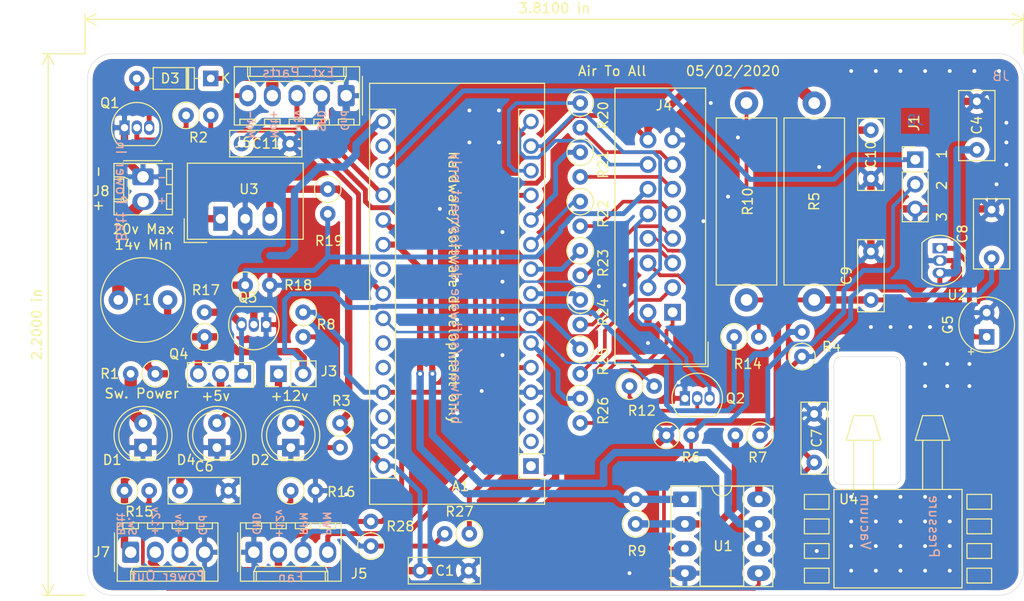
<source format=kicad_pcb>
(kicad_pcb (version 20171130) (host pcbnew "(5.1.5)-3")
  (layers (0 F.Cu signal) (31 B.Cu signal) (34 B.Paste user) (35 F.Paste user) (36 B.SilkS user) (37 F.SilkS user) (38 B.Mask user) (39 F.Mask user) (44 Edge.Cuts user))
  (net 0 "")
  (net 1 +12V)
  (net 2 GND)
  (net 3 Down)
  (net 4 Up)
  (net 5 +5V)
  (net 6 LED5)
  (net 7 Alarm)
  (net 8 LED4)
  (net 9 LED3)
  (net 10 LED2)
  (net 11 LED1)
  (net 12 RPM)
  (net 13 Batt_V)
  (net 14 SW_Batt)
  (net 15 "Net-(F1-Pad1)")
  (net 16 PWM)
  (net 17 Raw_Batt)
  (net 18 LED7)
  (net 19 LED6)
  (net 20 Motor)
  (net 21 Pressure_V)
  (net 22 Speed)
  (net 23 Motor-)
  (net 24 Motor+)
  (net 25 ON\*OFF)
  (net 26 ON)
  (net 27 Buzzer-)
  (net 28 Buzzer+)
  (net 29 Pressure)
  (net 30 "Net-(D1-Pad2)")
  (net 31 "Net-(D2-Pad2)")
  (net 32 REF)
  (net 33 Sensor_Power)
  (net 34 "Net-(D4-Pad2)")
  (net 35 "Net-(J1-Pad2)")
  (net 36 "Net-(J4-Pad13)")
  (net 37 "Net-(J4-Pad11)")
  (net 38 "Net-(J4-Pad9)")
  (net 39 "Net-(J4-Pad7)")
  (net 40 "Net-(J4-Pad5)")
  (net 41 "Net-(J4-Pad3)")
  (net 42 "Net-(J4-Pad1)")
  (net 43 "Net-(Q1-Pad2)")
  (net 44 "Net-(Q2-Pad2)")
  (net 45 "Net-(Q3-Pad3)")
  (net 46 "Net-(R4-Pad2)")
  (net 47 "Net-(R7-Pad2)")
  (net 48 "Net-(R15-Pad2)")
  (net 49 "Net-(A1-Pad28)")
  (net 50 "Net-(A1-Pad26)")
  (net 51 "Net-(A1-Pad25)")
  (net 52 "Net-(A1-Pad3)")
  (net 53 "Net-(A1-Pad2)")
  (net 54 "Net-(A1-Pad17)")
  (net 55 "Net-(A1-Pad1)")
  (net 56 "Net-(U4-Pad8)")
  (net 57 "Net-(U4-Pad7)")
  (net 58 "Net-(U4-Pad6)")
  (net 59 "Net-(U4-Pad5)")
  (net 60 "Net-(U4-Pad1)")
  (net 61 "Net-(J5-Pad3)")
  (net 62 "Net-(A1-Pad22)")
  (module Package_TO_SOT_THT:TO-251-3_Vertical (layer F.Cu) (at 107.442 99.06 180)
    (fp_text reference Q4 (at 6.604 2.032) (layer F.SilkS))
    (fp_text value TSM480P06CHX0G-Transistor_FET)
    (pad 3 thru_hole oval (at 4.58 0 180) (size 1.7175 1.8) (drill 1.1) (layers *.Cu *.Mask) (net 17 Raw_Batt))
    (pad 2 thru_hole oval (at 2.29 0 180) (size 1.7175 1.8) (drill 1.1) (layers *.Cu *.Mask) (net 14 SW_Batt))
    (pad 1 thru_hole rect (at 0 0 180) (size 1.7175 1.8) (drill 1.1) (layers *.Cu *.Mask) (net 45 "Net-(Q3-Pad3)"))
  )
  (module Connector_IDC:IDC-Header_2x08_P2.54mm_Vertical (layer F.Cu) (at 151.765 92.71 180)
    (fp_text reference J4 (at 0.889 21.336) (layer F.SilkS))
    (fp_text value Front_panel_control)
    (pad 16 thru_hole oval (at 2.54 17.78 180) (size 1.7272 1.7272) (drill 1.016) (layers *.Cu *.Mask) (net 5 +5V))
    (pad 15 thru_hole oval (at 0 17.78 180) (size 1.7272 1.7272) (drill 1.016) (layers *.Cu *.Mask) (net 2 GND))
    (pad 14 thru_hole oval (at 2.54 15.24 180) (size 1.7272 1.7272) (drill 1.016) (layers *.Cu *.Mask) (net 3 Down))
    (pad 13 thru_hole oval (at 0 15.24 180) (size 1.7272 1.7272) (drill 1.016) (layers *.Cu *.Mask) (net 36 "Net-(J4-Pad13)"))
    (pad 12 thru_hole oval (at 2.54 12.7 180) (size 1.7272 1.7272) (drill 1.016) (layers *.Cu *.Mask) (net 25 ON\*OFF))
    (pad 11 thru_hole oval (at 0 12.7 180) (size 1.7272 1.7272) (drill 1.016) (layers *.Cu *.Mask) (net 37 "Net-(J4-Pad11)"))
    (pad 10 thru_hole oval (at 2.54 10.16 180) (size 1.7272 1.7272) (drill 1.016) (layers *.Cu *.Mask) (net 27 Buzzer-))
    (pad 9 thru_hole oval (at 0 10.16 180) (size 1.7272 1.7272) (drill 1.016) (layers *.Cu *.Mask) (net 38 "Net-(J4-Pad9)"))
    (pad 8 thru_hole oval (at 2.54 7.62 180) (size 1.7272 1.7272) (drill 1.016) (layers *.Cu *.Mask) (net 28 Buzzer+))
    (pad 7 thru_hole oval (at 0 7.62 180) (size 1.7272 1.7272) (drill 1.016) (layers *.Cu *.Mask) (net 39 "Net-(J4-Pad7)"))
    (pad 6 thru_hole oval (at 2.54 5.08 180) (size 1.7272 1.7272) (drill 1.016) (layers *.Cu *.Mask) (net 26 ON))
    (pad 5 thru_hole oval (at 0 5.08 180) (size 1.7272 1.7272) (drill 1.016) (layers *.Cu *.Mask) (net 40 "Net-(J4-Pad5)"))
    (pad 4 thru_hole oval (at 2.54 2.54 180) (size 1.7272 1.7272) (drill 1.016) (layers *.Cu *.Mask) (net 4 Up))
    (pad 3 thru_hole oval (at 0 2.54 180) (size 1.7272 1.7272) (drill 1.016) (layers *.Cu *.Mask) (net 41 "Net-(J4-Pad3)"))
    (pad 2 thru_hole oval (at 2.54 0 180) (size 1.7272 1.7272) (drill 1.016) (layers *.Cu *.Mask) (net 2 GND))
    (pad 1 thru_hole rect (at 0 0 180) (size 1.7272 1.7272) (drill 1.016) (layers *.Cu *.Mask) (net 42 "Net-(J4-Pad1)"))
  )
  (module Resistor_THT:R_Axial_DIN0207_L6.3mm_D2.5mm_P2.54mm_Vertical (layer F.Cu) (at 116.205 80.01 270)
    (fp_text reference R19 (at 5.334 -0.127 180) (layer F.SilkS))
    (fp_text value 10k)
    (pad 2 thru_hole oval (at 2.54 0 270) (size 1.6 1.6) (drill 0.8) (layers *.Cu *.Mask) (net 25 ON\*OFF))
    (pad 1 thru_hole circle (at 0 0 270) (size 1.6 1.6) (drill 0.8) (layers *.Cu *.Mask) (net 1 +12V))
  )
  (module Connector_Molex:Molex_KK-254_AE-6410-04A_1x04_P2.54mm_Vertical (layer F.Cu) (at 108.585 117.475)
    (fp_text reference J5 (at 10.855 2.215) (layer F.SilkS))
    (fp_text value Fan)
    (pad 4 thru_hole oval (at 7.62 0) (size 1.74 2.19) (drill 1.19) (layers *.Cu *.Mask) (net 16 PWM))
    (pad 3 thru_hole oval (at 5.08 0) (size 1.74 2.19) (drill 1.19) (layers *.Cu *.Mask) (net 61 "Net-(J5-Pad3)"))
    (pad 2 thru_hole oval (at 2.54 0) (size 1.74 2.19) (drill 1.19) (layers *.Cu *.Mask) (net 1 +12V))
    (pad 1 thru_hole roundrect (at 0 0) (size 1.74 2.19) (drill 1.19) (layers *.Cu *.Mask) (roundrect_rratio 0.143678) (net 2 GND))
  )
  (module Capacitor_THT:C_Rect_L7.2mm_W2.5mm_P5.00mm_FKS2_FKP2_MKS2_MKP2 (layer F.Cu) (at 107.315 75.311)
    (fp_text reference C11 (at 2.54 0) (layer F.SilkS))
    (fp_text value 0.1uF)
    (pad 2 thru_hole circle (at 5 0) (size 1.6 1.6) (drill 0.8) (layers *.Cu *.Mask) (net 2 GND))
    (pad 1 thru_hole circle (at 0 0) (size 1.6 1.6) (drill 0.8) (layers *.Cu *.Mask) (net 22 Speed))
  )
  (module Capacitor_THT:C_Rect_L7.2mm_W2.5mm_P5.00mm_FKS2_FKP2_MKS2_MKP2 (layer F.Cu) (at 172.212 73.914 270)
    (fp_text reference C10 (at 2.5 0 90) (layer F.SilkS))
    (fp_text value 0.1uF)
    (pad 2 thru_hole circle (at 5 0 270) (size 1.6 1.6) (drill 0.8) (layers *.Cu *.Mask) (net 2 GND))
    (pad 1 thru_hole circle (at 0 0 270) (size 1.6 1.6) (drill 0.8) (layers *.Cu *.Mask) (net 5 +5V))
  )
  (module Capacitor_THT:C_Rect_L7.2mm_W2.5mm_P5.00mm_FKS2_FKP2_MKS2_MKP2 (layer F.Cu) (at 172.212 91.44 90)
    (fp_text reference C9 (at 2.5 -2.5 90) (layer F.SilkS))
    (fp_text value 0.1uF)
    (pad 2 thru_hole circle (at 5 0 90) (size 1.6 1.6) (drill 0.8) (layers *.Cu *.Mask) (net 2 GND))
    (pad 1 thru_hole circle (at 0 0 90) (size 1.6 1.6) (drill 0.8) (layers *.Cu *.Mask) (net 1 +12V))
  )
  (module Capacitor_THT:C_Rect_L7.0mm_W3.5mm_P5.00mm (layer F.Cu) (at 184.658 87.122 90)
    (fp_text reference C8 (at 2.5 -3 90) (layer F.SilkS))
    (fp_text value 470pF)
    (pad 2 thru_hole circle (at 5 0 90) (size 1.6 1.6) (drill 0.8) (layers *.Cu *.Mask) (net 2 GND))
    (pad 1 thru_hole circle (at 0 0 90) (size 1.6 1.6) (drill 0.8) (layers *.Cu *.Mask) (net 29 Pressure))
  )
  (module Capacitor_THT:C_Rect_L7.2mm_W2.5mm_P5.00mm_FKS2_FKP2_MKS2_MKP2 (layer F.Cu) (at 166.37 108.204 90)
    (fp_text reference C7 (at 2.5 0.254 90) (layer F.SilkS))
    (fp_text value 0.1uF)
    (pad 2 thru_hole circle (at 5 0 90) (size 1.6 1.6) (drill 0.8) (layers *.Cu *.Mask) (net 2 GND))
    (pad 1 thru_hole circle (at 0 0 90) (size 1.6 1.6) (drill 0.8) (layers *.Cu *.Mask) (net 33 Sensor_Power))
  )
  (module Capacitor_THT:C_Rect_L7.2mm_W2.5mm_P5.00mm_FKS2_FKP2_MKS2_MKP2 (layer F.Cu) (at 100.965 111.125)
    (fp_text reference C6 (at 2.5 -2.5) (layer F.SilkS))
    (fp_text value 0.1uF)
    (pad 2 thru_hole circle (at 5 0) (size 1.6 1.6) (drill 0.8) (layers *.Cu *.Mask) (net 2 GND))
    (pad 1 thru_hole circle (at 0 0) (size 1.6 1.6) (drill 0.8) (layers *.Cu *.Mask) (net 14 SW_Batt))
  )
  (module Capacitor_THT:CP_Radial_Tantal_D5.5mm_P2.50mm (layer F.Cu) (at 184.15 95.25 90)
    (fp_text reference C5 (at 1.25 -4 90) (layer F.SilkS))
    (fp_text value 1uF)
    (pad 2 thru_hole circle (at 2.5 0 90) (size 1.6 1.6) (drill 0.8) (layers *.Cu *.Mask) (net 2 GND))
    (pad 1 thru_hole rect (at 0 0 90) (size 1.6 1.6) (drill 0.8) (layers *.Cu *.Mask) (net 33 Sensor_Power))
  )
  (module Capacitor_THT:C_Rect_L7.0mm_W3.5mm_P5.00mm (layer F.Cu) (at 183.134 75.946 90)
    (fp_text reference C4 (at 2.54 0 90) (layer F.SilkS))
    (fp_text value 10uF)
    (pad 2 thru_hole circle (at 5 0 90) (size 1.6 1.6) (drill 0.8) (layers *.Cu *.Mask) (net 2 GND))
    (pad 1 thru_hole circle (at 0 0 90) (size 1.6 1.6) (drill 0.8) (layers *.Cu *.Mask) (net 1 +12V))
  )
  (module Capacitor_THT:C_Rect_L7.2mm_W2.5mm_P5.00mm_FKS2_FKP2_MKS2_MKP2 (layer F.Cu) (at 125.73 119.38)
    (fp_text reference C1 (at 2.54 0) (layer F.SilkS))
    (fp_text value 0.1uF)
    (pad 2 thru_hole circle (at 5 0) (size 1.6 1.6) (drill 0.8) (layers *.Cu *.Mask) (net 2 GND))
    (pad 1 thru_hole circle (at 0 0) (size 1.6 1.6) (drill 0.8) (layers *.Cu *.Mask) (net 1 +12V))
  )
  (module Sensor:MPXV (layer F.Cu) (at 175.006 116.078)
    (fp_text reference U4 (at -5.08 -4.064) (layer F.SilkS))
    (fp_text value MPXV)
    (pad 8 smd roundrect (at 8.382 -3.81) (size 2.54 1.524) (layers F.Cu F.Paste F.Mask) (net 56 "Net-(U4-Pad8)"))
    (pad 7 smd roundrect (at 8.382 -1.27) (size 2.54 1.524) (layers F.Cu F.Paste F.Mask) (net 57 "Net-(U4-Pad7)"))
    (pad 6 smd roundrect (at 8.382 1.27) (size 2.54 1.524) (layers F.Cu F.Paste F.Mask) (net 58 "Net-(U4-Pad6)"))
    (pad 5 smd roundrect (at 8.382 3.81) (size 2.54 1.524) (layers F.Cu F.Paste F.Mask) (net 59 "Net-(U4-Pad5)"))
    (pad 4 smd roundrect (at -8.382 3.81) (size 2.54 1.524) (layers F.Cu F.Paste F.Mask) (net 29 Pressure))
    (pad 3 smd roundrect (at -8.382 1.27) (size 2.54 1.524) (layers F.Cu F.Paste F.Mask) (net 2 GND))
    (pad 2 smd roundrect (at -8.382 -1.27) (size 2.54 1.524) (layers F.Cu F.Paste F.Mask) (net 33 Sensor_Power))
    (pad 1 smd roundrect (at -8.382 -3.81) (size 2.54 1.524) (layers F.Cu F.Paste F.Mask) (net 60 "Net-(U4-Pad1)"))
  )
  (module Resistor_THT:R_Axial_DIN0207_L6.3mm_D2.5mm_P2.54mm_Vertical (layer F.Cu) (at 142.24 101.6 270)
    (fp_text reference R26 (at 1.27 -2.37 90) (layer F.SilkS))
    (fp_text value 330)
    (pad 2 thru_hole oval (at 2.54 0 270) (size 1.6 1.6) (drill 0.8) (layers *.Cu *.Mask) (net 42 "Net-(J4-Pad1)"))
    (pad 1 thru_hole circle (at 0 0 270) (size 1.6 1.6) (drill 0.8) (layers *.Cu *.Mask) (net 11 LED1))
  )
  (module Resistor_THT:R_Axial_DIN0207_L6.3mm_D2.5mm_P2.54mm_Vertical (layer F.Cu) (at 142.24 96.52 270)
    (fp_text reference R25 (at 1.27 -2.37 90) (layer F.SilkS))
    (fp_text value 330)
    (pad 2 thru_hole oval (at 2.54 0 270) (size 1.6 1.6) (drill 0.8) (layers *.Cu *.Mask) (net 41 "Net-(J4-Pad3)"))
    (pad 1 thru_hole circle (at 0 0 270) (size 1.6 1.6) (drill 0.8) (layers *.Cu *.Mask) (net 10 LED2))
  )
  (module Resistor_THT:R_Axial_DIN0207_L6.3mm_D2.5mm_P2.54mm_Vertical (layer F.Cu) (at 142.24 91.44 270)
    (fp_text reference R24 (at 1.27 -2.37 90) (layer F.SilkS))
    (fp_text value 330)
    (pad 2 thru_hole oval (at 2.54 0 270) (size 1.6 1.6) (drill 0.8) (layers *.Cu *.Mask) (net 40 "Net-(J4-Pad5)"))
    (pad 1 thru_hole circle (at 0 0 270) (size 1.6 1.6) (drill 0.8) (layers *.Cu *.Mask) (net 9 LED3))
  )
  (module Resistor_THT:R_Axial_DIN0207_L6.3mm_D2.5mm_P2.54mm_Vertical (layer F.Cu) (at 142.24 86.36 270)
    (fp_text reference R23 (at 1.27 -2.37 90) (layer F.SilkS))
    (fp_text value 330)
    (pad 2 thru_hole oval (at 2.54 0 270) (size 1.6 1.6) (drill 0.8) (layers *.Cu *.Mask) (net 39 "Net-(J4-Pad7)"))
    (pad 1 thru_hole circle (at 0 0 270) (size 1.6 1.6) (drill 0.8) (layers *.Cu *.Mask) (net 8 LED4))
  )
  (module Resistor_THT:R_Axial_DIN0207_L6.3mm_D2.5mm_P2.54mm_Vertical (layer F.Cu) (at 142.24 81.28 270)
    (fp_text reference R22 (at 1.27 -2.37 90) (layer F.SilkS))
    (fp_text value 330)
    (pad 2 thru_hole oval (at 2.54 0 270) (size 1.6 1.6) (drill 0.8) (layers *.Cu *.Mask) (net 38 "Net-(J4-Pad9)"))
    (pad 1 thru_hole circle (at 0 0 270) (size 1.6 1.6) (drill 0.8) (layers *.Cu *.Mask) (net 6 LED5))
  )
  (module Resistor_THT:R_Axial_DIN0207_L6.3mm_D2.5mm_P2.54mm_Vertical (layer F.Cu) (at 142.24 76.2 270)
    (fp_text reference R21 (at 1.27 -2.37 90) (layer F.SilkS))
    (fp_text value 330)
    (pad 2 thru_hole oval (at 2.54 0 270) (size 1.6 1.6) (drill 0.8) (layers *.Cu *.Mask) (net 37 "Net-(J4-Pad11)"))
    (pad 1 thru_hole circle (at 0 0 270) (size 1.6 1.6) (drill 0.8) (layers *.Cu *.Mask) (net 19 LED6))
  )
  (module Resistor_THT:R_Axial_DIN0207_L6.3mm_D2.5mm_P2.54mm_Vertical (layer F.Cu) (at 142.24 71.12 270)
    (fp_text reference R20 (at 1.27 -2.37 90) (layer F.SilkS))
    (fp_text value 330)
    (pad 2 thru_hole oval (at 2.54 0 270) (size 1.6 1.6) (drill 0.8) (layers *.Cu *.Mask) (net 36 "Net-(J4-Pad13)"))
    (pad 1 thru_hole circle (at 0 0 270) (size 1.6 1.6) (drill 0.8) (layers *.Cu *.Mask) (net 18 LED7))
  )
  (module Connector_PinHeader_2.54mm:PinHeader_1x03_P2.54mm_Vertical (layer F.Cu) (at 176.784 76.962)
    (fp_text reference J1 (at -0.114 -3.772 90) (layer F.SilkS))
    (fp_text value Differential:/Single)
    (pad 3 thru_hole oval (at 0 5.08) (size 1.7 1.7) (drill 1) (layers *.Cu *.Mask) (net 2 GND))
    (pad 2 thru_hole oval (at 0 2.54) (size 1.7 1.7) (drill 1) (layers *.Cu *.Mask) (net 35 "Net-(J1-Pad2)"))
    (pad 1 thru_hole rect (at 0 0) (size 1.7 1.7) (drill 1) (layers *.Cu *.Mask) (net 32 REF))
  )
  (module Resistor_THT:R_Axial_DIN0207_L6.3mm_D2.5mm_P2.54mm_Vertical (layer F.Cu) (at 147.955 114.554 90)
    (fp_text reference R9 (at -2.794 0.127 180) (layer F.SilkS))
    (fp_text value 10k)
    (pad 2 thru_hole oval (at 2.54 0 90) (size 1.6 1.6) (drill 0.8) (layers *.Cu *.Mask) (net 21 Pressure_V))
    (pad 1 thru_hole circle (at 0 0 90) (size 1.6 1.6) (drill 0.8) (layers *.Cu *.Mask) (net 47 "Net-(R7-Pad2)"))
  )
  (module Package_TO_SOT_THT:TO-92_Inline (layer F.Cu) (at 179.324 86.106 270)
    (fp_text reference U2 (at 4.826 -1.778 180) (layer F.SilkS))
    (fp_text value LM78L05_TO92)
    (pad 1 thru_hole rect (at 0 0 270) (size 1.05 1.5) (drill 0.75) (layers *.Cu *.Mask) (net 33 Sensor_Power))
    (pad 3 thru_hole oval (at 2.54 0 270) (size 1.05 1.5) (drill 0.75) (layers *.Cu *.Mask) (net 1 +12V))
    (pad 2 thru_hole oval (at 1.27 0 270) (size 1.05 1.5) (drill 0.75) (layers *.Cu *.Mask) (net 2 GND))
  )
  (module Converter_DCDC:Converter_DCDC_TRACO_TSR-1_THT (layer F.Cu) (at 105.156 83.058)
    (fp_text reference U3 (at 2.921 -3.048 180) (layer F.SilkS))
    (fp_text value TSR_1-24120)
    (pad 3 thru_hole oval (at 5.08 0) (size 1.5 2.5) (drill 1) (layers *.Cu *.Mask) (net 1 +12V))
    (pad 2 thru_hole oval (at 2.54 0) (size 1.5 2.5) (drill 1) (layers *.Cu *.Mask) (net 2 GND))
    (pad 1 thru_hole rect (at 0 0) (size 1.5 2.5) (drill 1) (layers *.Cu *.Mask) (net 14 SW_Batt))
  )
  (module Module:Arduino_Nano (layer F.Cu) (at 137.16 108.585 180)
    (fp_text reference A1 (at 7.27 -2.065 180) (layer F.SilkS))
    (fp_text value Arduino_Nano_v3.x)
    (pad 16 thru_hole oval (at 15.24 35.56 180) (size 1.6 1.6) (drill 1) (layers *.Cu *.Mask) (net 25 ON\*OFF))
    (pad 15 thru_hole oval (at 0 35.56 180) (size 1.6 1.6) (drill 1) (layers *.Cu *.Mask) (net 3 Down))
    (pad 30 thru_hole oval (at 15.24 0 180) (size 1.6 1.6) (drill 1) (layers *.Cu *.Mask) (net 1 +12V))
    (pad 14 thru_hole oval (at 0 33.02 180) (size 1.6 1.6) (drill 1) (layers *.Cu *.Mask) (net 4 Up))
    (pad 29 thru_hole oval (at 15.24 2.54 180) (size 1.6 1.6) (drill 1) (layers *.Cu *.Mask) (net 2 GND))
    (pad 13 thru_hole oval (at 0 30.48 180) (size 1.6 1.6) (drill 1) (layers *.Cu *.Mask) (net 18 LED7))
    (pad 28 thru_hole oval (at 15.24 5.08 180) (size 1.6 1.6) (drill 1) (layers *.Cu *.Mask) (net 49 "Net-(A1-Pad28)"))
    (pad 12 thru_hole oval (at 0 27.94 180) (size 1.6 1.6) (drill 1) (layers *.Cu *.Mask) (net 16 PWM))
    (pad 27 thru_hole oval (at 15.24 7.62 180) (size 1.6 1.6) (drill 1) (layers *.Cu *.Mask) (net 5 +5V))
    (pad 11 thru_hole oval (at 0 25.4 180) (size 1.6 1.6) (drill 1) (layers *.Cu *.Mask) (net 19 LED6))
    (pad 26 thru_hole oval (at 15.24 10.16 180) (size 1.6 1.6) (drill 1) (layers *.Cu *.Mask) (net 50 "Net-(A1-Pad26)"))
    (pad 10 thru_hole oval (at 0 22.86 180) (size 1.6 1.6) (drill 1) (layers *.Cu *.Mask) (net 6 LED5))
    (pad 25 thru_hole oval (at 15.24 12.7 180) (size 1.6 1.6) (drill 1) (layers *.Cu *.Mask) (net 51 "Net-(A1-Pad25)"))
    (pad 9 thru_hole oval (at 0 20.32 180) (size 1.6 1.6) (drill 1) (layers *.Cu *.Mask) (net 8 LED4))
    (pad 24 thru_hole oval (at 15.24 15.24 180) (size 1.6 1.6) (drill 1) (layers *.Cu *.Mask) (net 7 Alarm))
    (pad 8 thru_hole oval (at 0 17.78 180) (size 1.6 1.6) (drill 1) (layers *.Cu *.Mask) (net 9 LED3))
    (pad 23 thru_hole oval (at 15.24 17.78 180) (size 1.6 1.6) (drill 1) (layers *.Cu *.Mask) (net 20 Motor))
    (pad 7 thru_hole oval (at 0 15.24 180) (size 1.6 1.6) (drill 1) (layers *.Cu *.Mask) (net 10 LED2))
    (pad 22 thru_hole oval (at 15.24 20.32 180) (size 1.6 1.6) (drill 1) (layers *.Cu *.Mask) (net 62 "Net-(A1-Pad22)"))
    (pad 6 thru_hole oval (at 0 12.7 180) (size 1.6 1.6) (drill 1) (layers *.Cu *.Mask) (net 11 LED1))
    (pad 21 thru_hole oval (at 15.24 22.86 180) (size 1.6 1.6) (drill 1) (layers *.Cu *.Mask) (net 21 Pressure_V))
    (pad 5 thru_hole oval (at 0 10.16 180) (size 1.6 1.6) (drill 1) (layers *.Cu *.Mask) (net 12 RPM))
    (pad 20 thru_hole oval (at 15.24 25.4 180) (size 1.6 1.6) (drill 1) (layers *.Cu *.Mask) (net 13 Batt_V))
    (pad 4 thru_hole oval (at 0 7.62 180) (size 1.6 1.6) (drill 1) (layers *.Cu *.Mask) (net 2 GND))
    (pad 19 thru_hole oval (at 15.24 27.94 180) (size 1.6 1.6) (drill 1) (layers *.Cu *.Mask) (net 22 Speed))
    (pad 3 thru_hole oval (at 0 5.08 180) (size 1.6 1.6) (drill 1) (layers *.Cu *.Mask) (net 52 "Net-(A1-Pad3)"))
    (pad 18 thru_hole oval (at 15.24 30.48 180) (size 1.6 1.6) (drill 1) (layers *.Cu *.Mask) (net 32 REF))
    (pad 2 thru_hole oval (at 0 2.54 180) (size 1.6 1.6) (drill 1) (layers *.Cu *.Mask) (net 53 "Net-(A1-Pad2)"))
    (pad 17 thru_hole oval (at 15.24 33.02 180) (size 1.6 1.6) (drill 1) (layers *.Cu *.Mask) (net 54 "Net-(A1-Pad17)"))
    (pad 1 thru_hole rect (at 0 0 180) (size 1.6 1.6) (drill 1) (layers *.Cu *.Mask) (net 55 "Net-(A1-Pad1)"))
  )
  (module Package_DIP:DIP-8_W7.62mm_Socket_LongPads (layer F.Cu) (at 153.035 112.014)
    (fp_text reference U1 (at 3.937 4.826) (layer F.SilkS))
    (fp_text value LM358)
    (pad 8 thru_hole oval (at 7.62 0) (size 2.4 1.6) (drill 0.8) (layers *.Cu *.Mask) (net 1 +12V))
    (pad 4 thru_hole oval (at 0 7.62) (size 2.4 1.6) (drill 0.8) (layers *.Cu *.Mask) (net 2 GND))
    (pad 7 thru_hole oval (at 7.62 2.54) (size 2.4 1.6) (drill 0.8) (layers *.Cu *.Mask) (net 13 Batt_V))
    (pad 3 thru_hole oval (at 0 5.08) (size 2.4 1.6) (drill 0.8) (layers *.Cu *.Mask) (net 46 "Net-(R4-Pad2)"))
    (pad 6 thru_hole oval (at 7.62 5.08) (size 2.4 1.6) (drill 0.8) (layers *.Cu *.Mask) (net 13 Batt_V))
    (pad 2 thru_hole oval (at 0 2.54) (size 2.4 1.6) (drill 0.8) (layers *.Cu *.Mask) (net 47 "Net-(R7-Pad2)"))
    (pad 5 thru_hole oval (at 7.62 7.62) (size 2.4 1.6) (drill 0.8) (layers *.Cu *.Mask) (net 48 "Net-(R15-Pad2)"))
    (pad 1 thru_hole rect (at 0 0) (size 2.4 1.6) (drill 0.8) (layers *.Cu *.Mask) (net 21 Pressure_V))
  )
  (module Resistor_THT:R_Axial_DIN0207_L6.3mm_D2.5mm_P2.54mm_Vertical (layer F.Cu) (at 151.13 105.41)
    (fp_text reference R6 (at 2.54 2.286) (layer F.SilkS))
    (fp_text value 10k)
    (pad 2 thru_hole oval (at 2.54 0) (size 1.6 1.6) (drill 0.8) (layers *.Cu *.Mask) (net 46 "Net-(R4-Pad2)"))
    (pad 1 thru_hole circle (at 0 0) (size 1.6 1.6) (drill 0.8) (layers *.Cu *.Mask) (net 2 GND))
  )
  (module Resistor_THT:R_Axial_DIN0207_L6.3mm_D2.5mm_P2.54mm_Vertical (layer F.Cu) (at 165.1 97.282 90)
    (fp_text reference R4 (at 1.016 3.048 180) (layer F.SilkS))
    (fp_text value 10k)
    (pad 2 thru_hole oval (at 2.54 0 90) (size 1.6 1.6) (drill 0.8) (layers *.Cu *.Mask) (net 46 "Net-(R4-Pad2)"))
    (pad 1 thru_hole circle (at 0 0 90) (size 1.6 1.6) (drill 0.8) (layers *.Cu *.Mask) (net 29 Pressure))
  )
  (module Connector_PinHeader_2.54mm:PinHeader_1x02_P2.54mm_Vertical (layer F.Cu) (at 111.125 99.06 90)
    (fp_text reference J3 (at 0.254 5.207 180) (layer F.SilkS))
    (fp_text value No_Power_Control)
    (pad 2 thru_hole oval (at 0 2.54 90) (size 1.7 1.7) (drill 1) (layers *.Cu *.Mask) (net 17 Raw_Batt))
    (pad 1 thru_hole rect (at 0 0 90) (size 1.7 1.7) (drill 1) (layers *.Cu *.Mask) (net 14 SW_Batt))
  )
  (module Resistor_THT:R_Axial_DIN0617_L17.0mm_D6.0mm_P20.32mm_Horizontal (layer F.Cu) (at 159.385 71.12 270)
    (fp_text reference R10 (at 10.16 -0.127 90) (layer F.SilkS))
    (fp_text value "110 1W")
    (pad 2 thru_hole oval (at 20.32 0 270) (size 2.4 2.4) (drill 1.2) (layers *.Cu *.Mask) (net 1 +12V))
    (pad 1 thru_hole circle (at 0 0 270) (size 2.4 2.4) (drill 1.2) (layers *.Cu *.Mask) (net 28 Buzzer+))
  )
  (module Resistor_THT:R_Axial_DIN0207_L6.3mm_D2.5mm_P2.54mm_Vertical (layer F.Cu) (at 158.115 95.25)
    (fp_text reference R14 (at 1.397 2.794) (layer F.SilkS))
    (fp_text value 100k)
    (pad 2 thru_hole oval (at 2.54 0) (size 1.6 1.6) (drill 0.8) (layers *.Cu *.Mask) (net 26 ON))
    (pad 1 thru_hole circle (at 0 0) (size 1.6 1.6) (drill 0.8) (layers *.Cu *.Mask) (net 17 Raw_Batt))
  )
  (module Resistor_THT:R_Axial_DIN0207_L6.3mm_D2.5mm_P2.54mm_Vertical (layer F.Cu) (at 120.65 116.84 90)
    (fp_text reference R28 (at 2.032 3.048 180) (layer F.SilkS))
    (fp_text value 10k)
    (pad 2 thru_hole oval (at 2.54 0 90) (size 1.6 1.6) (drill 0.8) (layers *.Cu *.Mask) (net 5 +5V))
    (pad 1 thru_hole circle (at 0 0 90) (size 1.6 1.6) (drill 0.8) (layers *.Cu *.Mask) (net 61 "Net-(J5-Pad3)"))
  )
  (module Resistor_THT:R_Axial_DIN0207_L6.3mm_D2.5mm_P2.54mm_Vertical (layer F.Cu) (at 130.81 115.57 180)
    (fp_text reference R27 (at 1.016 2.286) (layer F.SilkS))
    (fp_text value 1k)
    (pad 2 thru_hole oval (at 2.54 0 180) (size 1.6 1.6) (drill 0.8) (layers *.Cu *.Mask) (net 61 "Net-(J5-Pad3)"))
    (pad 1 thru_hole circle (at 0 0 180) (size 1.6 1.6) (drill 0.8) (layers *.Cu *.Mask) (net 12 RPM))
  )
  (module Resistor_THT:R_Axial_DIN0207_L6.3mm_D2.5mm_P2.54mm_Vertical (layer F.Cu) (at 160.782 105.41 180)
    (fp_text reference R7 (at 0.254 -2.286) (layer F.SilkS))
    (fp_text value 5k)
    (pad 2 thru_hole oval (at 2.54 0 180) (size 1.6 1.6) (drill 0.8) (layers *.Cu *.Mask) (net 47 "Net-(R7-Pad2)"))
    (pad 1 thru_hole circle (at 0 0 180) (size 1.6 1.6) (drill 0.8) (layers *.Cu *.Mask) (net 35 "Net-(J1-Pad2)"))
  )
  (module Resistor_THT:R_Axial_DIN0207_L6.3mm_D2.5mm_P2.54mm_Vertical (layer F.Cu) (at 112.395 111.125)
    (fp_text reference R16 (at 5.207 0.127) (layer F.SilkS))
    (fp_text value 8.2k)
    (pad 2 thru_hole oval (at 2.54 0) (size 1.6 1.6) (drill 0.8) (layers *.Cu *.Mask) (net 2 GND))
    (pad 1 thru_hole circle (at 0 0) (size 1.6 1.6) (drill 0.8) (layers *.Cu *.Mask) (net 48 "Net-(R15-Pad2)"))
  )
  (module Resistor_THT:R_Axial_DIN0207_L6.3mm_D2.5mm_P2.54mm_Vertical (layer F.Cu) (at 95.25 111.125)
    (fp_text reference R15 (at 1.524 2.159) (layer F.SilkS))
    (fp_text value 33k)
    (pad 2 thru_hole oval (at 2.54 0) (size 1.6 1.6) (drill 0.8) (layers *.Cu *.Mask) (net 48 "Net-(R15-Pad2)"))
    (pad 1 thru_hole circle (at 0 0) (size 1.6 1.6) (drill 0.8) (layers *.Cu *.Mask) (net 14 SW_Batt))
  )
  (module Resistor_THT:R_Axial_DIN0207_L6.3mm_D2.5mm_P2.54mm_Vertical (layer F.Cu) (at 147.32 100.33)
    (fp_text reference R12 (at 1.27 2.54) (layer F.SilkS))
    (fp_text value 1k)
    (pad 2 thru_hole oval (at 2.54 0) (size 1.6 1.6) (drill 0.8) (layers *.Cu *.Mask) (net 7 Alarm))
    (pad 1 thru_hole circle (at 0 0) (size 1.6 1.6) (drill 0.8) (layers *.Cu *.Mask) (net 44 "Net-(Q2-Pad2)"))
  )
  (module Resistor_THT:R_Axial_DIN0207_L6.3mm_D2.5mm_P2.54mm_Vertical (layer F.Cu) (at 107.696 89.916)
    (fp_text reference R18 (at 5.461 0) (layer F.SilkS))
    (fp_text value 1m)
    (pad 2 thru_hole oval (at 2.54 0) (size 1.6 1.6) (drill 0.8) (layers *.Cu *.Mask) (net 2 GND))
    (pad 1 thru_hole circle (at 0 0) (size 1.6 1.6) (drill 0.8) (layers *.Cu *.Mask) (net 25 ON\*OFF))
  )
  (module Resistor_THT:R_Axial_DIN0207_L6.3mm_D2.5mm_P2.54mm_Vertical (layer F.Cu) (at 103.505 95.25 90)
    (fp_text reference R17 (at 4.826 0.127 180) (layer F.SilkS))
    (fp_text value 100k)
    (pad 2 thru_hole oval (at 2.54 0 90) (size 1.6 1.6) (drill 0.8) (layers *.Cu *.Mask) (net 45 "Net-(Q3-Pad3)"))
    (pad 1 thru_hole circle (at 0 0 90) (size 1.6 1.6) (drill 0.8) (layers *.Cu *.Mask) (net 17 Raw_Batt))
  )
  (module Resistor_THT:R_Axial_DIN0207_L6.3mm_D2.5mm_P2.54mm_Vertical (layer F.Cu) (at 113.665 92.71 270)
    (fp_text reference R8 (at 1.27 -2.37 180) (layer F.SilkS))
    (fp_text value 330)
    (pad 2 thru_hole oval (at 2.54 0 270) (size 1.6 1.6) (drill 0.8) (layers *.Cu *.Mask) (net 34 "Net-(D4-Pad2)"))
    (pad 1 thru_hole circle (at 0 0 270) (size 1.6 1.6) (drill 0.8) (layers *.Cu *.Mask) (net 5 +5V))
  )
  (module Resistor_THT:R_Axial_DIN0207_L6.3mm_D2.5mm_P2.54mm_Vertical (layer F.Cu) (at 101.6 72.39)
    (fp_text reference R2 (at 1.27 2.286) (layer F.SilkS))
    (fp_text value 1k)
    (pad 2 thru_hole oval (at 2.54 0) (size 1.6 1.6) (drill 0.8) (layers *.Cu *.Mask) (net 20 Motor))
    (pad 1 thru_hole circle (at 0 0) (size 1.6 1.6) (drill 0.8) (layers *.Cu *.Mask) (net 43 "Net-(Q1-Pad2)"))
  )
  (module Resistor_THT:R_Axial_DIN0207_L6.3mm_D2.5mm_P2.54mm_Vertical (layer F.Cu) (at 117.475 104.14 270)
    (fp_text reference R3 (at -2.286 -0.127 180) (layer F.SilkS))
    (fp_text value 1k)
    (pad 2 thru_hole oval (at 2.54 0 270) (size 1.6 1.6) (drill 0.8) (layers *.Cu *.Mask) (net 31 "Net-(D2-Pad2)"))
    (pad 1 thru_hole circle (at 0 0 270) (size 1.6 1.6) (drill 0.8) (layers *.Cu *.Mask) (net 1 +12V))
  )
  (module Resistor_THT:R_Axial_DIN0207_L6.3mm_D2.5mm_P2.54mm_Vertical (layer F.Cu) (at 98.425 99.06 180)
    (fp_text reference R1 (at 4.699 0) (layer F.SilkS))
    (fp_text value 1.8k)
    (pad 2 thru_hole oval (at 2.54 0 180) (size 1.6 1.6) (drill 0.8) (layers *.Cu *.Mask) (net 30 "Net-(D1-Pad2)"))
    (pad 1 thru_hole circle (at 0 0 180) (size 1.6 1.6) (drill 0.8) (layers *.Cu *.Mask) (net 14 SW_Batt))
  )
  (module Connector_Molex:Molex_KK-254_AE-6410-02A_1x02_P2.54mm_Vertical (layer F.Cu) (at 97.155 78.74 270)
    (fp_text reference J8 (at 1.48 4.305 180) (layer F.SilkS))
    (fp_text value POWER)
    (pad 2 thru_hole oval (at 2.54 0 270) (size 1.74 2.19) (drill 1.19) (layers *.Cu *.Mask) (net 15 "Net-(F1-Pad1)"))
    (pad 1 thru_hole roundrect (at 0 0 270) (size 1.74 2.19) (drill 1.19) (layers *.Cu *.Mask) (roundrect_rratio 0.143678) (net 2 GND))
  )
  (module LED_THT:LED_D5.0mm (layer F.Cu) (at 104.775 106.68 90)
    (fp_text reference D4 (at -1.27 -3.175 180) (layer F.SilkS))
    (fp_text value +5V)
    (pad 2 thru_hole circle (at 2.54 0 90) (size 1.8 1.8) (drill 0.9) (layers *.Cu *.Mask) (net 34 "Net-(D4-Pad2)"))
    (pad 1 thru_hole rect (at 0 0 90) (size 1.8 1.8) (drill 0.9) (layers *.Cu *.Mask) (net 2 GND))
  )
  (module LED_THT:LED_D5.0mm (layer F.Cu) (at 112.395 106.68 90)
    (fp_text reference D2 (at -1.27 -3.175 180) (layer F.SilkS))
    (fp_text value +12V)
    (pad 2 thru_hole circle (at 2.54 0 90) (size 1.8 1.8) (drill 0.9) (layers *.Cu *.Mask) (net 31 "Net-(D2-Pad2)"))
    (pad 1 thru_hole rect (at 0 0 90) (size 1.8 1.8) (drill 0.9) (layers *.Cu *.Mask) (net 2 GND))
  )
  (module LED_THT:LED_D5.0mm (layer F.Cu) (at 97.155 106.68 90)
    (fp_text reference D1 (at -1.27 -3.175 180) (layer F.SilkS))
    (fp_text value SW_Power)
    (pad 2 thru_hole circle (at 2.54 0 90) (size 1.8 1.8) (drill 0.9) (layers *.Cu *.Mask) (net 30 "Net-(D1-Pad2)"))
    (pad 1 thru_hole rect (at 0 0 90) (size 1.8 1.8) (drill 0.9) (layers *.Cu *.Mask) (net 2 GND))
  )
  (module Resistor_THT:R_Axial_DIN0617_L17.0mm_D6.0mm_P20.32mm_Horizontal (layer F.Cu) (at 166.37 71.12 270)
    (fp_text reference R5 (at 10.16 0 90) (layer F.SilkS))
    (fp_text value "300 1/2W")
    (pad 2 thru_hole oval (at 20.32 0 270) (size 2.4 2.4) (drill 1.2) (layers *.Cu *.Mask) (net 1 +12V))
    (pad 1 thru_hole circle (at 0 0 270) (size 2.4 2.4) (drill 1.2) (layers *.Cu *.Mask) (net 24 Motor+))
  )
  (module Diode_THT:D_DO-35_SOD27_P7.62mm_Horizontal (layer F.Cu) (at 104.14 68.58 180)
    (fp_text reference D3 (at 4.191 0) (layer F.SilkS))
    (fp_text value 1N914)
    (fp_text user K (at -1.524 0) (layer F.SilkS))
    (pad 2 thru_hole oval (at 7.62 0 180) (size 1.6 1.6) (drill 0.8) (layers *.Cu *.Mask) (net 23 Motor-))
    (pad 1 thru_hole rect (at 0 0 180) (size 1.6 1.6) (drill 0.8) (layers *.Cu *.Mask) (net 24 Motor+))
  )
  (module Fuse:Fuse_Littelfuse_372_D8.50mm (layer F.Cu) (at 94.615 91.44)
    (fp_text reference F1 (at 2.54 0) (layer F.SilkS))
    (fp_text value "2A FB")
    (pad 2 thru_hole circle (at 5.08 0) (size 2 2) (drill 1) (layers *.Cu *.Mask) (net 17 Raw_Batt))
    (pad 1 thru_hole circle (at 0 0) (size 2 2) (drill 1) (layers *.Cu *.Mask) (net 15 "Net-(F1-Pad1)"))
  )
  (module Connector_Molex:Molex_KK-254_AE-6410-04A_1x04_P2.54mm_Vertical (layer F.Cu) (at 95.885 117.475)
    (fp_text reference J7 (at -2.985 -0.005) (layer F.SilkS))
    (fp_text value "EXT Power Option")
    (pad 4 thru_hole oval (at 7.62 0) (size 1.74 2.19) (drill 1.19) (layers *.Cu *.Mask) (net 2 GND))
    (pad 3 thru_hole oval (at 5.08 0) (size 1.74 2.19) (drill 1.19) (layers *.Cu *.Mask) (net 5 +5V))
    (pad 2 thru_hole oval (at 2.54 0) (size 1.74 2.19) (drill 1.19) (layers *.Cu *.Mask) (net 1 +12V))
    (pad 1 thru_hole roundrect (at 0 0) (size 1.74 2.19) (drill 1.19) (layers *.Cu *.Mask) (roundrect_rratio 0.143678) (net 14 SW_Batt))
  )
  (module Connector_Molex:Molex_KK-254_AE-6410-05A_1x05_P2.54mm_Vertical (layer F.Cu) (at 118.11 70.358 180)
    (fp_text reference J6 (at 10.668 -4.826) (layer F.SilkS))
    (fp_text value "Ext Parts")
    (pad 5 thru_hole oval (at 10.16 0 180) (size 1.74 2.19) (drill 1.19) (layers *.Cu *.Mask) (net 23 Motor-))
    (pad 4 thru_hole oval (at 7.62 0 180) (size 1.74 2.19) (drill 1.19) (layers *.Cu *.Mask) (net 24 Motor+))
    (pad 3 thru_hole oval (at 5.08 0 180) (size 1.74 2.19) (drill 1.19) (layers *.Cu *.Mask) (net 5 +5V))
    (pad 2 thru_hole oval (at 2.54 0 180) (size 1.74 2.19) (drill 1.19) (layers *.Cu *.Mask) (net 22 Speed))
    (pad 1 thru_hole roundrect (at 0 0 180) (size 1.74 2.19) (drill 1.19) (layers *.Cu *.Mask) (roundrect_rratio 0.143678) (net 2 GND))
  )
  (module Package_TO_SOT_THT:TO-92_Inline (layer F.Cu) (at 109.855 93.98 180)
    (fp_text reference Q3 (at 1.905 2.794) (layer F.SilkS))
    (fp_text value 2N3904)
    (pad 1 thru_hole rect (at 0 0 180) (size 1.05 1.5) (drill 0.75) (layers *.Cu *.Mask) (net 2 GND))
    (pad 3 thru_hole oval (at 2.54 0 180) (size 1.05 1.5) (drill 0.75) (layers *.Cu *.Mask) (net 45 "Net-(Q3-Pad3)"))
    (pad 2 thru_hole oval (at 1.27 0 180) (size 1.05 1.5) (drill 0.75) (layers *.Cu *.Mask) (net 25 ON\*OFF))
  )
  (module Package_TO_SOT_THT:TO-92_Inline (layer F.Cu) (at 153.035 101.6)
    (fp_text reference Q2 (at 5.207 0) (layer F.SilkS))
    (fp_text value 2N3904)
    (pad 1 thru_hole rect (at 0 0) (size 1.05 1.5) (drill 0.75) (layers *.Cu *.Mask) (net 2 GND))
    (pad 3 thru_hole oval (at 2.54 0) (size 1.05 1.5) (drill 0.75) (layers *.Cu *.Mask) (net 27 Buzzer-))
    (pad 2 thru_hole oval (at 1.27 0) (size 1.05 1.5) (drill 0.75) (layers *.Cu *.Mask) (net 44 "Net-(Q2-Pad2)"))
  )
  (module Package_TO_SOT_THT:TO-92_Inline (layer F.Cu) (at 95.25 73.66)
    (fp_text reference Q1 (at -1.524 -2.54) (layer F.SilkS))
    (fp_text value 2N3904)
    (pad 1 thru_hole rect (at 0 0) (size 1.05 1.5) (drill 0.75) (layers *.Cu *.Mask) (net 2 GND))
    (pad 3 thru_hole oval (at 2.54 0) (size 1.05 1.5) (drill 0.75) (layers *.Cu *.Mask) (net 23 Motor-))
    (pad 2 thru_hole oval (at 1.27 0) (size 1.05 1.5) (drill 0.75) (layers *.Cu *.Mask) (net 43 "Net-(Q1-Pad2)"))
  )
  (dimension 55.88 (width 0.12) (layer F.SilkS) (gr_text "55.880 mm" (at 86.106 93.98 270) (layer F.SilkS) (effects (font (size 1 1) (thickness 0.15)))) (feature1 (pts (xy 91.186 121.92) (xy 86.789579 121.92))) (feature2 (pts (xy 91.186 66.04) (xy 86.789579 66.04))) (crossbar (pts (xy 87.376 66.04) (xy 87.376 121.92))) (arrow1a (pts (xy 87.376 121.92) (xy 86.789579 120.793496))) (arrow1b (pts (xy 87.376 121.92) (xy 87.962421 120.793496))) (arrow2a (pts (xy 87.376 66.04) (xy 86.789579 67.166504))) (arrow2b (pts (xy 87.376 66.04) (xy 87.962421 67.166504))))
  (dimension 96.774 (width 0.12) (layer F.SilkS) (gr_text "96.774 mm" (at 139.573 61.214) (layer F.SilkS) (effects (font (size 1 1) (thickness 0.15)))) (feature1 (pts (xy 187.96 66.04) (xy 187.96 61.897579))) (feature2 (pts (xy 91.186 66.04) (xy 91.186 61.897579))) (crossbar (pts (xy 91.186 62.484) (xy 187.96 62.484))) (arrow1a (pts (xy 187.96 62.484) (xy 186.833496 63.070421))) (arrow1b (pts (xy 187.96 62.484) (xy 186.833496 61.897579))) (arrow2a (pts (xy 91.186 62.484) (xy 92.312504 63.070421))) (arrow2b (pts (xy 91.186 62.484) (xy 92.312504 61.897579))))
  (gr_text "hardware/software development only" (at 129.19 90.15 270) (layer F.SilkS) (effects (font (size 1 1))))
  (gr_text "hardware/software development only" (at 129.45 90.25 270) (layer B.SilkS) (effects (font (size 1 1)) (justify mirror)))
  (gr_text Pressure (at 178.71 118.15 270) (layer B.SilkS) (effects (font (size 1 1)) (justify left mirror)))
  (gr_text Vacuum (at 171.65 117.31 270) (layer B.SilkS) (effects (font (size 1 1)) (justify left mirror)))
  (gr_text "Batt Power In" (at 94.88 80.23 270) (layer B.SilkS) (effects (font (size 1 1)) (justify mirror)))
  (gr_text "+\n\n-" (at 99.11 80.07 180) (layer B.SilkS) (effects (font (size 0.75 0.75)) (justify mirror)))
  (gr_text "Gnd\n\nSPD\n\n+5v\n\nMot+\n\nMot-" (at 113.11 71.76 270) (layer B.SilkS) (effects (font (size 0.75 0.75)) (justify right mirror)))
  (gr_text "Ext. Parts" (at 113.15 67.96) (layer B.SilkS) (effects (font (size 1 1)) (justify mirror)))
  (gr_text "Gnd\n\n+5v\n\n+12v\n\nSw.\nBatt" (at 99.06 115.824 270) (layer B.SilkS) (effects (font (size 0.75 0.75)) (justify left mirror)))
  (gr_text "Power Out" (at 99.78 119.91) (layer B.SilkS) (effects (font (size 1 1)) (justify mirror)))
  (gr_text Fan (at 112.37 120.05) (layer B.SilkS) (effects (font (size 1 1)) (justify mirror)))
  (gr_text "PWM\n\nRPM\n\n+12v\n\nGND" (at 112.47 114.52 270) (layer B.SilkS) (effects (font (size 0.75 0.75)) (justify mirror)))
  (gr_text "-   +" (at 92.65 79.96 270) (layer F.SilkS) (effects (font (size 1 1))))
  (gr_text "20v Max\n14v Min" (at 97.21 84.94) (layer F.SilkS) (effects (font (size 1 1))))
  (gr_text "3   2   1" (at 179.53 79.62 90) (layer F.SilkS) (effects (font (size 1 1))))
  (gr_arc (start 93.98 68.58) (end 93.98 66.04) (angle -90) (layer Edge.Cuts) (width 0.05))
  (gr_arc (start 93.98 119.38) (end 91.44 119.38) (angle -90) (layer Edge.Cuts) (width 0.05))
  (gr_arc (start 185.42 119.38) (end 185.42 121.92) (angle -90) (layer Edge.Cuts) (width 0.05))
  (gr_arc (start 185.42 68.58) (end 187.96 68.58) (angle -90) (layer Edge.Cuts) (width 0.05))
  (gr_text JB (at 185.62 68.32) (layer B.SilkS) (effects (font (size 1.016 1.016) (thickness 0.127)) (justify mirror)))
  (gr_text JB (at 176.784 72.898) (layer B.Cu) (effects (font (size 1.016 1.016) (thickness 0.127)) (justify mirror)))
  (gr_text 05/02/2020 (at 157.988 67.818) (layer F.SilkS) (effects (font (size 1 1))))
  (gr_text "Air To All" (at 145.542 67.818) (layer F.SilkS) (effects (font (size 1 1))))
  (gr_arc (start 169.164 109.728) (end 168.402 109.728) (angle -90) (layer Edge.Cuts) (width 0.05))
  (gr_arc (start 174.498 109.728) (end 174.498 110.49) (angle -90) (layer Edge.Cuts) (width 0.05))
  (gr_arc (start 174.498 98.044) (end 175.26 98.044) (angle -90) (layer Edge.Cuts) (width 0.05))
  (gr_arc (start 169.164 98.044) (end 169.164 97.282) (angle -90) (layer Edge.Cuts) (width 0.05))
  (gr_line (start 169.164 97.282) (end 174.498 97.282) (layer Edge.Cuts) (width 0.05))
  (gr_line (start 175.26 109.728) (end 175.26 98.044) (layer Edge.Cuts) (width 0.05))
  (gr_line (start 168.402 99.568) (end 168.402 98.044) (layer Edge.Cuts) (width 0.05))
  (gr_line (start 169.164 110.49) (end 174.498 110.49) (layer Edge.Cuts) (width 0.05))
  (gr_line (start 168.402 99.568) (end 168.402 109.728) (layer Edge.Cuts) (width 0.05))
  (gr_line (start 93.98 121.92) (end 185.42 121.92) (layer Edge.Cuts) (width 0.05))
  (gr_line (start 187.96 68.58) (end 187.96 119.38) (layer Edge.Cuts) (width 0.05))
  (gr_line (start 93.98 66.04) (end 185.42 66.04) (layer Edge.Cuts) (width 0.05))
  (gr_line (start 91.44 119.38) (end 91.44 68.58) (layer Edge.Cuts) (width 0.05))
  (gr_text +5v (at 104.648 101.346) (layer F.SilkS) (effects (font (size 1 1))))
  (gr_text +12v (at 112.268 101.346) (layer F.SilkS) (effects (font (size 1 1))))
  (gr_text "Sw. Power" (at 97.028 101.092) (layer F.SilkS) (effects (font (size 1 1))))
  (segment (start 125.73 118.24863) (end 125.73 119.38) (width 0.508) (layer B.Cu) (net 1))
  (segment (start 125.73 111.26363) (end 125.73 118.24863) (width 0.508) (layer B.Cu) (net 1))
  (segment (start 123.05137 108.585) (end 125.73 111.26363) (width 0.508) (layer B.Cu) (net 1))
  (segment (start 121.92 108.585) (end 123.05137 108.585) (width 0.508) (layer B.Cu) (net 1))
  (segment (start 162.56 91.44) (end 166.37 91.44) (width 0.508) (layer F.Cu) (net 1))
  (segment (start 159.385 91.44) (end 162.56 91.44) (width 0.508) (layer F.Cu) (net 1))
  (segment (start 162.56 91.44) (end 162.56 96.52) (width 0.762) (layer F.Cu) (net 1))
  (segment (start 125.73 119.38) (end 111.76 119.38) (width 0.762) (layer F.Cu) (net 1))
  (segment (start 98.906604 119.38) (end 98.816802 119.290198) (width 0.762) (layer F.Cu) (net 1))
  (segment (start 98.906604 119.38) (end 98.030802 118.504198) (width 0.762) (layer F.Cu) (net 1))
  (segment (start 98.425 118.11) (end 98.425 117.475) (width 0.762) (layer F.Cu) (net 1))
  (segment (start 98.030802 118.504198) (end 98.425 118.11) (width 0.762) (layer F.Cu) (net 1))
  (segment (start 111.125 117.475) (end 111.125 119.332) (width 0.762) (layer F.Cu) (net 1))
  (segment (start 111.76 119.38) (end 111.125 119.38) (width 0.762) (layer F.Cu) (net 1))
  (segment (start 111.125 119.332) (end 111.125 119.38) (width 0.762) (layer F.Cu) (net 1))
  (segment (start 111.125 119.38) (end 98.906604 119.38) (width 0.762) (layer F.Cu) (net 1))
  (segment (start 160.655 107.658) (end 162.56 105.753) (width 0.762) (layer F.Cu) (net 1))
  (segment (start 160.655 109.22) (end 160.655 107.658) (width 0.762) (layer F.Cu) (net 1))
  (segment (start 162.56 105.753) (end 162.56 103.632) (width 0.762) (layer F.Cu) (net 1))
  (segment (start 162.56 103.632) (end 162.56 96.52) (width 0.762) (layer F.Cu) (net 1))
  (segment (start 166.37 91.44) (end 172.212 91.44) (width 0.762) (layer F.Cu) (net 1))
  (segment (start 160.655 109.22) (end 160.655 112.014) (width 0.762) (layer F.Cu) (net 1))
  (segment (start 143.51 106.045) (end 145.526001 104.028999) (width 0.762) (layer F.Cu) (net 1))
  (segment (start 145.526001 104.028999) (end 162.163001 104.028999) (width 0.762) (layer F.Cu) (net 1))
  (segment (start 139.7 107.315) (end 140.97 106.045) (width 0.762) (layer F.Cu) (net 1))
  (segment (start 140.97 106.045) (end 143.51 106.045) (width 0.762) (layer F.Cu) (net 1))
  (segment (start 139.7 109.855) (end 139.7 107.315) (width 0.762) (layer F.Cu) (net 1))
  (segment (start 133.604 115.57) (end 139.7 109.855) (width 0.762) (layer F.Cu) (net 1))
  (segment (start 162.163001 104.028999) (end 162.56 103.632) (width 0.762) (layer F.Cu) (net 1))
  (segment (start 133.604 116.078) (end 133.604 115.57) (width 0.762) (layer F.Cu) (net 1))
  (segment (start 129.794 117.602) (end 128.016 119.38) (width 0.762) (layer F.Cu) (net 1))
  (segment (start 132.08 117.602) (end 129.794 117.602) (width 0.762) (layer F.Cu) (net 1))
  (segment (start 132.08 117.602) (end 133.604 116.078) (width 0.762) (layer F.Cu) (net 1))
  (segment (start 125.73 119.38) (end 128.016 119.38) (width 0.762) (layer F.Cu) (net 1))
  (segment (start 172.212 91.44) (end 177.8 91.44) (width 0.508) (layer F.Cu) (net 1))
  (segment (start 179.324 89.916) (end 179.324 88.646) (width 0.508) (layer F.Cu) (net 1))
  (segment (start 177.8 91.44) (end 179.324 89.916) (width 0.508) (layer F.Cu) (net 1))
  (segment (start 180.836 88.646) (end 179.324 88.646) (width 0.762) (layer B.Cu) (net 1))
  (segment (start 181.102 88.38) (end 180.836 88.646) (width 0.762) (layer B.Cu) (net 1))
  (segment (start 181.102 75.946) (end 181.102 88.38) (width 0.762) (layer B.Cu) (net 1))
  (segment (start 181.102 75.946) (end 183.134 75.946) (width 0.762) (layer B.Cu) (net 1))
  (segment (start 115.07363 80.01) (end 116.205 80.01) (width 0.762) (layer F.Cu) (net 1))
  (segment (start 111.272 80.01) (end 115.07363 80.01) (width 0.762) (layer F.Cu) (net 1))
  (segment (start 110.236 81.046) (end 111.272 80.01) (width 0.762) (layer F.Cu) (net 1))
  (segment (start 110.236 83.058) (end 110.236 81.046) (width 0.762) (layer F.Cu) (net 1))
  (segment (start 118.11 103.378) (end 117.475 104.14) (width 0.762) (layer F.Cu) (net 1))
  (segment (start 118.364 103.124) (end 118.11 103.378) (width 0.762) (layer F.Cu) (net 1))
  (segment (start 117.33637 80.01) (end 118.364 81.03763) (width 0.762) (layer F.Cu) (net 1))
  (segment (start 118.364 81.03763) (end 118.364 103.124) (width 0.762) (layer F.Cu) (net 1))
  (segment (start 116.205 80.01) (end 117.33637 80.01) (width 0.762) (layer F.Cu) (net 1))
  (segment (start 117.475 104.14) (end 121.92 108.585) (width 0.762) (layer F.Cu) (net 1))
  (via (at 166.624 117.348) (size 0.8) (drill 0.4) (layers F.Cu B.Cu) (net 2))
  (segment (start 103.505 117.475) (end 108.585 117.475) (width 0.381) (layer F.Cu) (net 2))
  (segment (start 109.855 93.98) (end 109.50051 93.62551) (width 0.381) (layer B.Cu) (net 2))
  (segment (start 109.50051 93.62551) (end 109.50051 93.375784) (width 0.381) (layer B.Cu) (net 2))
  (segment (start 108.585 118.57) (end 108.585 117.475) (width 0.381) (layer B.Cu) (net 2))
  (segment (start 110.585501 120.570501) (end 108.585 118.57) (width 0.381) (layer B.Cu) (net 2))
  (segment (start 149.225 92.71) (end 149.225 95.885) (width 0.762) (layer F.Cu) (net 2))
  (segment (start 149.225 95.885) (end 149.225 95.885) (width 0.762) (layer F.Cu) (net 2))
  (via (at 149.225 95.885) (size 0.8) (drill 0.4) (layers F.Cu B.Cu) (net 2))
  (segment (start 148.659315 95.885) (end 146.812 94.037685) (width 0.254) (layer B.Cu) (net 2))
  (segment (start 149.225 95.885) (end 148.659315 95.885) (width 0.254) (layer B.Cu) (net 2))
  (segment (start 146.812 94.037685) (end 146.812 92.202) (width 0.254) (layer B.Cu) (net 2))
  (segment (start 146.812 92.202) (end 146.812 89.916) (width 0.254) (layer B.Cu) (net 2))
  (segment (start 146.812 89.916) (end 146.812 89.916) (width 0.254) (layer B.Cu) (net 2))
  (segment (start 153.035 100.596) (end 152.4 99.961) (width 0.254) (layer B.Cu) (net 2))
  (segment (start 153.035 101.6) (end 153.035 100.596) (width 0.254) (layer B.Cu) (net 2))
  (segment (start 152.4 99.961) (end 152.4 99.961) (width 0.254) (layer B.Cu) (net 2))
  (via (at 152.4 99.961) (size 0.8) (drill 0.4) (layers F.Cu B.Cu) (net 2))
  (segment (start 95.25 76.835) (end 97.155 78.74) (width 0.762) (layer F.Cu) (net 2))
  (segment (start 95.25 73.66) (end 95.25 76.835) (width 0.762) (layer F.Cu) (net 2))
  (segment (start 152.4 99.395315) (end 152.4 99.961) (width 0.762) (layer B.Cu) (net 2))
  (segment (start 152.4 97.879118) (end 152.4 99.395315) (width 0.762) (layer B.Cu) (net 2))
  (segment (start 150.405882 95.885) (end 152.4 97.879118) (width 0.762) (layer B.Cu) (net 2))
  (segment (start 149.225 95.885) (end 150.405882 95.885) (width 0.762) (layer B.Cu) (net 2))
  (via (at 129.54 103.124) (size 0.8) (drill 0.4) (layers F.Cu B.Cu) (net 2))
  (segment (start 146.812 89.916) (end 146.812 89.916) (width 0.254) (layer B.Cu) (net 2))
  (via (at 146.812 89.916) (size 0.8) (drill 0.4) (layers F.Cu B.Cu) (net 2))
  (via (at 129.54 97.155) (size 0.8) (drill 0.4) (layers F.Cu B.Cu) (net 2))
  (segment (start 129.54 84.836) (end 129.54 84.836) (width 0.762) (layer F.Cu) (net 2))
  (via (at 129.54 89.408) (size 0.8) (drill 0.4) (layers F.Cu B.Cu) (net 2))
  (segment (start 134.220001 84.436001) (end 134.220001 84.436001) (width 0.762) (layer B.Cu) (net 2))
  (via (at 134.220001 84.436001) (size 0.8) (drill 0.4) (layers F.Cu B.Cu) (net 2))
  (segment (start 134.220001 84.436001) (end 134.220001 89.553999) (width 0.762) (layer F.Cu) (net 2))
  (segment (start 134.220001 97.136001) (end 134.220001 97.136001) (width 0.762) (layer F.Cu) (net 2))
  (via (at 134.220001 97.136001) (size 0.8) (drill 0.4) (layers F.Cu B.Cu) (net 2))
  (segment (start 134.220001 93.363999) (end 134.220001 97.136001) (width 0.762) (layer F.Cu) (net 2))
  (via (at 134.220001 93.363999) (size 0.8) (drill 0.4) (layers F.Cu B.Cu) (net 2))
  (via (at 129.54 93.472) (size 0.8) (drill 0.4) (layers F.Cu B.Cu) (net 2))
  (segment (start 134.220001 89.553999) (end 134.220001 93.363999) (width 0.762) (layer F.Cu) (net 2))
  (via (at 134.220001 89.553999) (size 0.8) (drill 0.4) (layers F.Cu B.Cu) (net 2))
  (via (at 166.878 77.724) (size 0.8) (drill 0.4) (layers F.Cu B.Cu) (net 2))
  (via (at 157.48 80.772) (size 0.8) (drill 0.4) (layers F.Cu B.Cu) (net 2))
  (via (at 154.94 83.312) (size 0.8) (drill 0.4) (layers F.Cu B.Cu) (net 2))
  (via (at 133.858 71.882) (size 0.8) (drill 0.4) (layers F.Cu B.Cu) (net 2))
  (via (at 130.81 71.882) (size 0.8) (drill 0.4) (layers F.Cu B.Cu) (net 2))
  (via (at 133.858 75.184) (size 0.8) (drill 0.4) (layers F.Cu B.Cu) (net 2))
  (via (at 118.11 111.506) (size 0.8) (drill 0.4) (layers F.Cu B.Cu) (net 2))
  (segment (start 134.62 92.964) (end 134.220001 93.363999) (width 0.254) (layer F.Cu) (net 2))
  (segment (start 135.366001 92.217999) (end 134.62 92.964) (width 0.254) (layer F.Cu) (net 2))
  (segment (start 137.700961 92.217999) (end 135.366001 92.217999) (width 0.254) (layer F.Cu) (net 2))
  (segment (start 140.589963 95.107001) (end 137.700961 92.217999) (width 0.254) (layer F.Cu) (net 2))
  (segment (start 146.812 91.409869) (end 143.114868 95.107001) (width 0.254) (layer F.Cu) (net 2))
  (segment (start 143.114868 95.107001) (end 140.589963 95.107001) (width 0.254) (layer F.Cu) (net 2))
  (segment (start 146.812 89.916) (end 146.812 91.409869) (width 0.254) (layer F.Cu) (net 2))
  (segment (start 144.160999 90.027001) (end 144.414999 90.027001) (width 0.254) (layer F.Cu) (net 2))
  (via (at 144.160999 90.027001) (size 0.8) (drill 0.4) (layers F.Cu B.Cu) (net 2))
  (segment (start 144.560998 89.627002) (end 144.160999 90.027001) (width 0.254) (layer B.Cu) (net 2))
  (segment (start 144.671999 89.516001) (end 144.560998 89.627002) (width 0.254) (layer B.Cu) (net 2))
  (segment (start 146.412001 89.516001) (end 144.671999 89.516001) (width 0.254) (layer B.Cu) (net 2))
  (segment (start 146.812 89.916) (end 146.412001 89.516001) (width 0.254) (layer B.Cu) (net 2))
  (segment (start 143.595314 90.027001) (end 144.160999 90.027001) (width 0.254) (layer B.Cu) (net 2))
  (segment (start 141.699039 90.027001) (end 143.595314 90.027001) (width 0.254) (layer B.Cu) (net 2))
  (segment (start 141.226037 89.553999) (end 141.699039 90.027001) (width 0.254) (layer B.Cu) (net 2))
  (segment (start 134.220001 89.553999) (end 141.226037 89.553999) (width 0.254) (layer B.Cu) (net 2))
  (segment (start 118.11 70.358) (end 118.11 75.05) (width 0.762) (layer B.Cu) (net 2))
  (segment (start 149.994 108.204) (end 149.994 106.546) (width 0.762) (layer F.Cu) (net 2))
  (segment (start 151.073 119.634) (end 153.035 119.634) (width 0.762) (layer F.Cu) (net 2))
  (segment (start 149.994 118.555) (end 151.073 119.634) (width 0.762) (layer F.Cu) (net 2))
  (segment (start 149.994 108.204) (end 149.994 118.555) (width 0.762) (layer F.Cu) (net 2))
  (segment (start 153.035 119.634) (end 147.32 119.634) (width 0.635) (layer B.Cu) (net 2))
  (segment (start 147.32 119.634) (end 147.32 119.634) (width 0.635) (layer B.Cu) (net 2))
  (via (at 147.32 119.634) (size 0.8) (drill 0.4) (layers F.Cu B.Cu) (net 2))
  (via (at 177.8 114.3) (size 0.8) (drill 0.4) (layers F.Cu B.Cu) (net 2))
  (via (at 177.8 116.84) (size 0.8) (drill 0.4) (layers F.Cu B.Cu) (net 2))
  (via (at 177.8 119.38) (size 0.8) (drill 0.4) (layers F.Cu B.Cu) (net 2))
  (via (at 175.26 119.38) (size 0.8) (drill 0.4) (layers F.Cu B.Cu) (net 2))
  (via (at 172.72 119.38) (size 0.8) (drill 0.4) (layers F.Cu B.Cu) (net 2))
  (via (at 172.72 116.84) (size 0.8) (drill 0.4) (layers F.Cu B.Cu) (net 2))
  (via (at 172.72 114.3) (size 0.8) (drill 0.4) (layers F.Cu B.Cu) (net 2))
  (via (at 175.26 114.3) (size 0.8) (drill 0.4) (layers F.Cu B.Cu) (net 2))
  (via (at 175.26 116.84) (size 0.8) (drill 0.4) (layers F.Cu B.Cu) (net 2))
  (via (at 172.72 111.76) (size 0.8) (drill 0.4) (layers F.Cu B.Cu) (net 2))
  (via (at 175.26 111.76) (size 0.8) (drill 0.4) (layers F.Cu B.Cu) (net 2))
  (via (at 177.8 111.76) (size 0.8) (drill 0.4) (layers F.Cu B.Cu) (net 2))
  (via (at 180.34 111.76) (size 0.8) (drill 0.4) (layers F.Cu B.Cu) (net 2))
  (via (at 180.34 114.3) (size 0.8) (drill 0.4) (layers F.Cu B.Cu) (net 2))
  (via (at 180.34 116.84) (size 0.8) (drill 0.4) (layers F.Cu B.Cu) (net 2))
  (via (at 180.34 119.38) (size 0.8) (drill 0.4) (layers F.Cu B.Cu) (net 2))
  (via (at 170.18 119.38) (size 0.8) (drill 0.4) (layers F.Cu B.Cu) (net 2))
  (via (at 170.18 116.84) (size 0.8) (drill 0.4) (layers F.Cu B.Cu) (net 2))
  (via (at 170.18 114.3) (size 0.8) (drill 0.4) (layers F.Cu B.Cu) (net 2))
  (via (at 170.18 111.76) (size 0.8) (drill 0.4) (layers F.Cu B.Cu) (net 2))
  (via (at 185.166 79.502) (size 0.8) (drill 0.4) (layers F.Cu B.Cu) (net 2))
  (via (at 186.182 77.47) (size 0.8) (drill 0.4) (layers F.Cu B.Cu) (net 2))
  (via (at 186.182 75.184) (size 0.8) (drill 0.4) (layers F.Cu B.Cu) (net 2))
  (via (at 186.182 73.152) (size 0.8) (drill 0.4) (layers F.Cu B.Cu) (net 2))
  (via (at 170.18 67.818) (size 0.8) (drill 0.4) (layers F.Cu B.Cu) (net 2))
  (via (at 172.72 67.818) (size 0.8) (drill 0.4) (layers F.Cu B.Cu) (net 2))
  (via (at 175.26 67.818) (size 0.8) (drill 0.4) (layers F.Cu B.Cu) (net 2))
  (via (at 180.34 67.818) (size 0.8) (drill 0.4) (layers F.Cu B.Cu) (net 2))
  (via (at 182.88 67.818) (size 0.8) (drill 0.4) (layers F.Cu B.Cu) (net 2))
  (via (at 185.42 67.818) (size 0.8) (drill 0.4) (layers F.Cu B.Cu) (net 2))
  (via (at 177.8 67.818) (size 0.8) (drill 0.4) (layers F.Cu B.Cu) (net 2))
  (via (at 172.212 94.234) (size 0.8) (drill 0.4) (layers F.Cu B.Cu) (net 2))
  (via (at 174.244 94.234) (size 0.8) (drill 0.4) (layers F.Cu B.Cu) (net 2))
  (via (at 176.276 94.234) (size 0.8) (drill 0.4) (layers F.Cu B.Cu) (net 2))
  (via (at 178.308 94.234) (size 0.8) (drill 0.4) (layers F.Cu B.Cu) (net 2))
  (via (at 180.34 94.234) (size 0.8) (drill 0.4) (layers F.Cu B.Cu) (net 2))
  (via (at 177.8 98.044) (size 0.8) (drill 0.4) (layers F.Cu B.Cu) (net 2))
  (via (at 177.8 100.33) (size 0.8) (drill 0.4) (layers F.Cu B.Cu) (net 2))
  (via (at 180.086 100.33) (size 0.8) (drill 0.4) (layers F.Cu B.Cu) (net 2))
  (via (at 182.372 100.33) (size 0.8) (drill 0.4) (layers F.Cu B.Cu) (net 2))
  (via (at 182.372 98.044) (size 0.8) (drill 0.4) (layers F.Cu B.Cu) (net 2))
  (via (at 180.086 98.044) (size 0.8) (drill 0.4) (layers F.Cu B.Cu) (net 2))
  (segment (start 149.994 106.546) (end 151.13 105.41) (width 0.762) (layer F.Cu) (net 2))
  (segment (start 129.539499 120.570501) (end 130.73 119.38) (width 0.381) (layer B.Cu) (net 2))
  (segment (start 129.206501 120.570501) (end 129.539499 120.570501) (width 0.381) (layer B.Cu) (net 2))
  (segment (start 129.206501 120.570501) (end 110.585501 120.570501) (width 0.381) (layer B.Cu) (net 2))
  (segment (start 117.849 75.311) (end 118.11 75.05) (width 0.762) (layer B.Cu) (net 2))
  (segment (start 112.315 75.311) (end 117.849 75.311) (width 0.762) (layer B.Cu) (net 2))
  (segment (start 172.466 82.042) (end 172.212 81.788) (width 0.762) (layer F.Cu) (net 2))
  (segment (start 176.784 82.042) (end 172.466 82.042) (width 0.762) (layer F.Cu) (net 2))
  (segment (start 172.212 78.914) (end 172.212 81.788) (width 0.762) (layer F.Cu) (net 2))
  (segment (start 172.212 82.804) (end 172.212 86.44) (width 0.762) (layer F.Cu) (net 2))
  (segment (start 172.212 81.788) (end 172.212 82.804) (width 0.762) (layer F.Cu) (net 2))
  (segment (start 184.578 82.042) (end 184.658 82.122) (width 0.762) (layer F.Cu) (net 2))
  (segment (start 176.784 82.042) (end 184.578 82.042) (width 0.762) (layer F.Cu) (net 2))
  (segment (start 185.42 67.818) (end 170.307 67.818) (width 0.762) (layer F.Cu) (net 2))
  (segment (start 173.435 70.946) (end 181.102 70.946) (width 0.762) (layer F.Cu) (net 2))
  (segment (start 170.307 67.818) (end 173.435 70.946) (width 0.762) (layer F.Cu) (net 2))
  (segment (start 176.784 83.244081) (end 176.784 82.042) (width 0.508) (layer B.Cu) (net 2))
  (segment (start 176.657 83.371081) (end 176.784 83.244081) (width 0.508) (layer B.Cu) (net 2))
  (segment (start 176.657 86.487) (end 176.657 83.371081) (width 0.508) (layer B.Cu) (net 2))
  (segment (start 179.324 87.376) (end 177.546 87.376) (width 0.508) (layer B.Cu) (net 2))
  (segment (start 177.546 87.376) (end 176.657 86.487) (width 0.508) (layer B.Cu) (net 2))
  (segment (start 180.34 94.234) (end 172.212 94.234) (width 0.508) (layer B.Cu) (net 2))
  (segment (start 181.824 92.75) (end 184.15 92.75) (width 0.508) (layer B.Cu) (net 2))
  (segment (start 180.34 94.234) (end 181.824 92.75) (width 0.508) (layer B.Cu) (net 2))
  (segment (start 180.582 87.376) (end 181.356 88.15) (width 0.508) (layer F.Cu) (net 2))
  (segment (start 179.324 87.376) (end 180.582 87.376) (width 0.508) (layer F.Cu) (net 2))
  (segment (start 181.356 93.218) (end 180.34 94.234) (width 0.508) (layer F.Cu) (net 2))
  (segment (start 181.356 88.15) (end 181.356 93.218) (width 0.508) (layer F.Cu) (net 2))
  (segment (start 180.34 97.79) (end 180.086 98.044) (width 0.508) (layer B.Cu) (net 2))
  (segment (start 180.34 94.234) (end 180.34 97.79) (width 0.508) (layer B.Cu) (net 2))
  (segment (start 182.372 98.044) (end 177.8 98.044) (width 0.508) (layer B.Cu) (net 2))
  (segment (start 177.8 100.33) (end 182.372 100.33) (width 0.508) (layer B.Cu) (net 2))
  (segment (start 180.086 98.044) (end 180.086 100.33) (width 0.508) (layer B.Cu) (net 2))
  (segment (start 180.086 111.506) (end 180.34 111.76) (width 0.508) (layer B.Cu) (net 2))
  (segment (start 180.086 100.33) (end 180.086 111.506) (width 0.508) (layer B.Cu) (net 2))
  (segment (start 180.34 111.76) (end 180.34 119.38) (width 0.508) (layer B.Cu) (net 2))
  (segment (start 180.34 119.38) (end 170.18 119.38) (width 0.508) (layer B.Cu) (net 2))
  (segment (start 177.8 116.84) (end 170.18 116.84) (width 0.508) (layer B.Cu) (net 2))
  (segment (start 180.34 116.84) (end 177.8 116.84) (width 0.508) (layer B.Cu) (net 2))
  (segment (start 180.34 114.3) (end 170.18 114.3) (width 0.508) (layer B.Cu) (net 2))
  (segment (start 180.34 111.76) (end 170.18 111.76) (width 0.508) (layer B.Cu) (net 2))
  (segment (start 169.614315 116.84) (end 168.979315 117.475) (width 0.508) (layer B.Cu) (net 2))
  (segment (start 170.18 116.84) (end 169.614315 116.84) (width 0.508) (layer B.Cu) (net 2))
  (segment (start 168.852315 117.348) (end 166.624 117.348) (width 0.508) (layer B.Cu) (net 2))
  (segment (start 168.979315 117.475) (end 168.852315 117.348) (width 0.508) (layer B.Cu) (net 2))
  (segment (start 168.529 111.76) (end 170.18 111.76) (width 0.508) (layer B.Cu) (net 2))
  (segment (start 167.386 110.617) (end 168.529 111.76) (width 0.508) (layer B.Cu) (net 2))
  (segment (start 166.37 103.204) (end 165.23863 103.204) (width 0.508) (layer B.Cu) (net 2))
  (segment (start 165.23863 103.204) (end 163.449 104.99363) (width 0.508) (layer B.Cu) (net 2))
  (segment (start 163.449 104.99363) (end 163.449 109.22) (width 0.508) (layer B.Cu) (net 2))
  (segment (start 163.449 109.22) (end 164.846 110.617) (width 0.508) (layer B.Cu) (net 2))
  (segment (start 164.846 110.617) (end 167.386 110.617) (width 0.508) (layer B.Cu) (net 2))
  (segment (start 117.729 111.125) (end 118.11 111.506) (width 0.508) (layer F.Cu) (net 2))
  (segment (start 114.935 111.125) (end 117.729 111.125) (width 0.508) (layer F.Cu) (net 2))
  (segment (start 181.102 70.946) (end 183.134 70.946) (width 0.762) (layer F.Cu) (net 2))
  (segment (start 183.976 70.946) (end 186.182 73.152) (width 0.762) (layer B.Cu) (net 2))
  (segment (start 183.134 70.946) (end 183.976 70.946) (width 0.762) (layer B.Cu) (net 2))
  (segment (start 186.182 73.152) (end 186.182 75.184) (width 0.762) (layer B.Cu) (net 2))
  (segment (start 186.182 75.184) (end 186.182 77.47) (width 0.762) (layer B.Cu) (net 2))
  (segment (start 186.182 78.486) (end 185.166 79.502) (width 0.762) (layer B.Cu) (net 2))
  (segment (start 186.182 77.47) (end 186.182 78.486) (width 0.762) (layer B.Cu) (net 2))
  (segment (start 185.166 79.502) (end 184.658 80.01) (width 0.762) (layer B.Cu) (net 2))
  (segment (start 184.658 80.01) (end 184.658 82.122) (width 0.762) (layer B.Cu) (net 2))
  (via (at 127.762 82.042) (size 0.8) (drill 0.4) (layers F.Cu B.Cu) (net 2))
  (segment (start 132.08 100.838) (end 132.08 100.838) (width 0.508) (layer F.Cu) (net 2))
  (via (at 132.08 100.838) (size 0.8) (drill 0.4) (layers F.Cu B.Cu) (net 2))
  (segment (start 130.81 75.184) (end 130.81 75.184) (width 1.27) (layer B.Cu) (net 2))
  (via (at 130.81 75.184) (size 0.8) (drill 0.4) (layers F.Cu B.Cu) (net 2))
  (via (at 158.496 74.676) (size 0.8) (drill 0.4) (layers F.Cu B.Cu) (net 2))
  (via (at 155.702 71.12) (size 0.8) (drill 0.4) (layers F.Cu B.Cu) (net 2))
  (segment (start 135.969499 74.215501) (end 136.360001 73.824999) (width 0.381) (layer B.Cu) (net 3))
  (segment (start 135.969499 76.136441) (end 135.969499 74.215501) (width 0.381) (layer B.Cu) (net 3))
  (segment (start 136.360001 73.824999) (end 137.16 73.025) (width 0.381) (layer B.Cu) (net 3))
  (segment (start 137.922541 76.755501) (end 136.588559 76.755501) (width 0.381) (layer B.Cu) (net 3))
  (segment (start 139.668543 75.009499) (end 137.922541 76.755501) (width 0.381) (layer B.Cu) (net 3))
  (segment (start 136.588559 76.755501) (end 135.969499 76.136441) (width 0.381) (layer B.Cu) (net 3))
  (segment (start 142.811441 75.009499) (end 139.668543 75.009499) (width 0.381) (layer B.Cu) (net 3))
  (segment (start 145.271942 77.47) (end 142.811441 75.009499) (width 0.381) (layer B.Cu) (net 3))
  (segment (start 149.225 77.47) (end 145.271942 77.47) (width 0.381) (layer B.Cu) (net 3))
  (segment (start 138.29137 75.565) (end 137.16 75.565) (width 0.381) (layer B.Cu) (net 4))
  (segment (start 141.545869 72.310501) (end 138.29137 75.565) (width 0.381) (layer B.Cu) (net 4))
  (segment (start 142.795501 72.310501) (end 141.545869 72.310501) (width 0.381) (layer B.Cu) (net 4))
  (segment (start 149.225 90.17) (end 149.225 89.48607) (width 0.381) (layer B.Cu) (net 4))
  (segment (start 149.225 89.48607) (end 150.479101 88.231969) (width 0.381) (layer B.Cu) (net 4))
  (segment (start 149.795171 76.184101) (end 146.669101 76.184101) (width 0.381) (layer B.Cu) (net 4))
  (segment (start 150.479101 88.231969) (end 150.479101 76.868031) (width 0.381) (layer B.Cu) (net 4))
  (segment (start 146.669101 76.184101) (end 142.795501 72.310501) (width 0.381) (layer B.Cu) (net 4))
  (segment (start 150.479101 76.868031) (end 149.795171 76.184101) (width 0.381) (layer B.Cu) (net 4))
  (segment (start 100.965 115.872) (end 100.965 117.475) (width 0.508) (layer F.Cu) (net 5))
  (segment (start 120.65 114.3) (end 102.537 114.3) (width 0.508) (layer F.Cu) (net 5))
  (segment (start 102.537 114.3) (end 100.965 115.872) (width 0.508) (layer F.Cu) (net 5))
  (segment (start 114.79637 92.71) (end 118.11 96.02363) (width 0.508) (layer B.Cu) (net 5))
  (segment (start 113.665 92.71) (end 114.79637 92.71) (width 0.508) (layer B.Cu) (net 5))
  (segment (start 118.11 96.02363) (end 118.11 99.06) (width 0.508) (layer B.Cu) (net 5))
  (segment (start 120.015 100.965) (end 121.92 100.965) (width 0.508) (layer B.Cu) (net 5))
  (segment (start 118.11 99.06) (end 120.015 100.965) (width 0.508) (layer B.Cu) (net 5))
  (segment (start 137.729923 79.390999) (end 133.334001 79.390999) (width 0.508) (layer F.Cu) (net 5))
  (segment (start 146.700999 72.405999) (end 141.638079 72.405999) (width 0.508) (layer F.Cu) (net 5))
  (segment (start 149.225 74.93) (end 146.700999 72.405999) (width 0.508) (layer F.Cu) (net 5))
  (segment (start 138.414001 75.630077) (end 138.414001 78.706921) (width 0.508) (layer F.Cu) (net 5))
  (segment (start 141.638079 72.405999) (end 138.414001 75.630077) (width 0.508) (layer F.Cu) (net 5))
  (segment (start 138.414001 78.706921) (end 137.729923 79.390999) (width 0.508) (layer F.Cu) (net 5))
  (segment (start 131.445 99.06) (end 129.54 100.965) (width 0.508) (layer F.Cu) (net 5))
  (segment (start 123.825 112.25637) (end 123.825 100.965) (width 0.508) (layer F.Cu) (net 5))
  (segment (start 121.78137 114.3) (end 123.825 112.25637) (width 0.508) (layer F.Cu) (net 5))
  (segment (start 120.65 114.3) (end 121.78137 114.3) (width 0.508) (layer F.Cu) (net 5))
  (segment (start 129.54 100.965) (end 123.825 100.965) (width 0.508) (layer F.Cu) (net 5))
  (segment (start 123.825 100.965) (end 121.92 100.965) (width 0.508) (layer F.Cu) (net 5))
  (segment (start 132.730999 79.390999) (end 133.334001 79.390999) (width 0.508) (layer F.Cu) (net 5))
  (segment (start 131.445 80.01) (end 131.445 79.375) (width 0.508) (layer F.Cu) (net 5))
  (segment (start 131.445 81.28) (end 131.445 80.01) (width 0.508) (layer F.Cu) (net 5))
  (segment (start 132.064001 79.390999) (end 131.460999 79.390999) (width 0.508) (layer F.Cu) (net 5))
  (segment (start 132.064001 79.390999) (end 131.445 80.01) (width 0.508) (layer F.Cu) (net 5))
  (segment (start 132.730999 79.390999) (end 132.064001 79.390999) (width 0.508) (layer F.Cu) (net 5))
  (segment (start 131.445 83.185) (end 131.445 99.06) (width 0.508) (layer F.Cu) (net 5))
  (segment (start 131.445 81.28) (end 131.445 83.185) (width 0.508) (layer F.Cu) (net 5))
  (segment (start 120.08801 80.08301) (end 113.03 73.025) (width 0.508) (layer F.Cu) (net 5))
  (segment (start 113.03 73.025) (end 113.03 70.358) (width 0.508) (layer F.Cu) (net 5))
  (segment (start 123.962844 83.185) (end 122.692844 81.915) (width 0.508) (layer F.Cu) (net 5))
  (segment (start 131.445 83.185) (end 123.962844 83.185) (width 0.508) (layer F.Cu) (net 5))
  (segment (start 122.692844 81.915) (end 120.72301 81.915) (width 0.508) (layer F.Cu) (net 5))
  (segment (start 120.72301 81.915) (end 120.08801 81.28) (width 0.508) (layer F.Cu) (net 5))
  (segment (start 120.08801 81.28) (end 120.08801 80.08301) (width 0.508) (layer F.Cu) (net 5))
  (segment (start 153.594687 69.338999) (end 160.524999 69.338999) (width 0.762) (layer F.Cu) (net 5))
  (segment (start 149.225 74.93) (end 149.225 73.708686) (width 0.762) (layer F.Cu) (net 5))
  (segment (start 149.225 73.708686) (end 153.594687 69.338999) (width 0.762) (layer F.Cu) (net 5))
  (segment (start 165.1 73.914) (end 172.212 73.914) (width 0.762) (layer F.Cu) (net 5))
  (segment (start 160.524999 69.338999) (end 165.1 73.914) (width 0.762) (layer F.Cu) (net 5))
  (segment (start 141.605 81.28) (end 142.24 81.28) (width 0.381) (layer B.Cu) (net 6))
  (segment (start 137.16 85.725) (end 141.605 81.28) (width 0.381) (layer B.Cu) (net 6))
  (segment (start 123.332999 94.757999) (end 137.700961 94.757999) (width 0.254) (layer B.Cu) (net 7))
  (segment (start 149.060001 99.530001) (end 149.86 100.33) (width 0.254) (layer B.Cu) (net 7))
  (segment (start 140.875961 97.932999) (end 147.359061 97.932999) (width 0.254) (layer B.Cu) (net 7))
  (segment (start 148.956063 99.530001) (end 149.060001 99.530001) (width 0.254) (layer B.Cu) (net 7))
  (segment (start 121.92 93.345) (end 123.332999 94.757999) (width 0.254) (layer B.Cu) (net 7))
  (segment (start 137.700961 94.757999) (end 140.875961 97.932999) (width 0.254) (layer B.Cu) (net 7))
  (segment (start 147.359061 97.932999) (end 148.956063 99.530001) (width 0.254) (layer B.Cu) (net 7))
  (segment (start 140.335 88.265) (end 142.24 86.36) (width 0.508) (layer B.Cu) (net 8))
  (segment (start 137.16 88.265) (end 140.335 88.265) (width 0.508) (layer B.Cu) (net 8))
  (segment (start 141.605 90.805) (end 142.24 91.44) (width 0.508) (layer B.Cu) (net 9))
  (segment (start 137.16 90.805) (end 141.605 90.805) (width 0.508) (layer B.Cu) (net 9))
  (segment (start 139.065 93.345) (end 142.24 96.52) (width 0.508) (layer B.Cu) (net 10))
  (segment (start 137.16 93.345) (end 139.065 93.345) (width 0.508) (layer B.Cu) (net 10))
  (segment (start 140.716 101.6) (end 142.24 101.6) (width 0.508) (layer B.Cu) (net 11))
  (segment (start 139.954 100.838) (end 140.716 101.6) (width 0.508) (layer B.Cu) (net 11))
  (segment (start 137.16 95.885) (end 139.954 98.679) (width 0.508) (layer B.Cu) (net 11))
  (segment (start 139.954 98.679) (end 139.954 100.838) (width 0.508) (layer B.Cu) (net 11))
  (segment (start 137.16 98.425) (end 135.255 98.425) (width 0.508) (layer F.Cu) (net 12))
  (segment (start 135.255 98.425) (end 134.62 99.06) (width 0.508) (layer F.Cu) (net 12))
  (segment (start 134.62 99.06) (end 134.62 107.95) (width 0.508) (layer F.Cu) (net 12))
  (segment (start 134.62 107.95) (end 130.81 111.76) (width 0.508) (layer F.Cu) (net 12))
  (segment (start 130.81 111.76) (end 130.81 115.57) (width 0.508) (layer F.Cu) (net 12))
  (segment (start 127 99.06) (end 127 99.06) (width 0.381) (layer F.Cu) (net 13))
  (via (at 127 99.06) (size 0.8) (drill 0.4) (layers F.Cu B.Cu) (net 13))
  (segment (start 160.655 114.554) (end 160.655 117.094) (width 0.762) (layer B.Cu) (net 13))
  (segment (start 127 105.41) (end 127 99.06) (width 0.762) (layer B.Cu) (net 13))
  (segment (start 131.945862 110.355862) (end 127 105.41) (width 0.762) (layer B.Cu) (net 13))
  (segment (start 144.660138 110.355862) (end 131.945862 110.355862) (width 0.762) (layer B.Cu) (net 13))
  (segment (start 160.655 114.554) (end 158.693 114.554) (width 0.762) (layer B.Cu) (net 13))
  (segment (start 158.693 114.554) (end 157.48 113.341) (width 0.762) (layer B.Cu) (net 13))
  (segment (start 157.48 113.341) (end 157.48 109.22) (width 0.762) (layer B.Cu) (net 13))
  (segment (start 126.746 87.884) (end 127 99.06) (width 0.635) (layer F.Cu) (net 13))
  (segment (start 126.746 85.598) (end 126.746 87.884) (width 0.635) (layer F.Cu) (net 13))
  (segment (start 125.132999 83.984999) (end 126.746 85.598) (width 0.635) (layer F.Cu) (net 13))
  (segment (start 122.719999 83.984999) (end 125.132999 83.984999) (width 0.635) (layer F.Cu) (net 13))
  (segment (start 121.92 83.185) (end 122.719999 83.984999) (width 0.635) (layer F.Cu) (net 13))
  (segment (start 144.653 110.363) (end 144.660138 110.355862) (width 0.762) (layer B.Cu) (net 13))
  (segment (start 145.796 107.188) (end 144.653 108.331) (width 0.762) (layer B.Cu) (net 13))
  (segment (start 155.448 107.188) (end 145.796 107.188) (width 0.762) (layer B.Cu) (net 13))
  (segment (start 157.48 109.22) (end 155.448 107.188) (width 0.762) (layer B.Cu) (net 13))
  (segment (start 144.653 108.331) (end 144.653 110.363) (width 0.762) (layer B.Cu) (net 13))
  (segment (start 97.625001 98.260001) (end 98.425 99.06) (width 0.762) (layer F.Cu) (net 14))
  (segment (start 97.625001 85.889999) (end 97.625001 98.260001) (width 0.762) (layer F.Cu) (net 14))
  (segment (start 105.156 83.058) (end 100.457 83.058) (width 0.762) (layer F.Cu) (net 14))
  (segment (start 100.457 83.058) (end 97.625001 85.889999) (width 0.762) (layer F.Cu) (net 14))
  (segment (start 95.25 116.84) (end 95.885 117.475) (width 0.762) (layer F.Cu) (net 14))
  (segment (start 95.25 111.125) (end 95.25 116.84) (width 0.762) (layer F.Cu) (net 14))
  (segment (start 95.25 109.99363) (end 96.02363 109.22) (width 0.762) (layer F.Cu) (net 14))
  (segment (start 95.25 111.125) (end 95.25 109.99363) (width 0.762) (layer F.Cu) (net 14))
  (segment (start 96.02363 109.22) (end 101.092 109.22) (width 0.762) (layer F.Cu) (net 14))
  (segment (start 101.092 109.86663) (end 101.092 109.22) (width 0.762) (layer F.Cu) (net 14))
  (segment (start 100.965 109.99363) (end 101.092 109.86663) (width 0.762) (layer F.Cu) (net 14))
  (segment (start 100.965 111.125) (end 100.965 109.99363) (width 0.762) (layer F.Cu) (net 14))
  (segment (start 98.425 99.06) (end 100.838 99.06) (width 0.762) (layer F.Cu) (net 14))
  (segment (start 100.838 99.06) (end 101.092 99.314) (width 0.762) (layer F.Cu) (net 14))
  (segment (start 104.274 101.6) (end 101.092 101.6) (width 0.762) (layer F.Cu) (net 14))
  (segment (start 101.092 99.314) (end 101.092 101.6) (width 0.762) (layer F.Cu) (net 14))
  (segment (start 101.092 101.6) (end 101.092 109.22) (width 0.762) (layer F.Cu) (net 14))
  (segment (start 111.125 100.711) (end 110.236 101.6) (width 0.762) (layer F.Cu) (net 14))
  (segment (start 111.125 99.06) (end 111.125 100.711) (width 0.762) (layer F.Cu) (net 14))
  (segment (start 104.14 101.6) (end 104.274 101.6) (width 0.762) (layer F.Cu) (net 14))
  (segment (start 105.152 99.06) (end 105.152 100.722) (width 0.762) (layer F.Cu) (net 14))
  (segment (start 104.902 101.6) (end 104.14 101.6) (width 0.762) (layer F.Cu) (net 14))
  (segment (start 105.152 101.342) (end 105.41 101.6) (width 0.762) (layer F.Cu) (net 14))
  (segment (start 105.152 99.06) (end 105.152 101.342) (width 0.762) (layer F.Cu) (net 14))
  (segment (start 110.236 101.6) (end 105.41 101.6) (width 0.762) (layer F.Cu) (net 14))
  (segment (start 105.41 101.6) (end 104.902 101.6) (width 0.762) (layer F.Cu) (net 14))
  (segment (start 94.615 83.82) (end 97.155 81.28) (width 1.27) (layer F.Cu) (net 15))
  (segment (start 94.615 91.44) (end 94.615 83.82) (width 1.27) (layer F.Cu) (net 15))
  (segment (start 134.62 80.645) (end 137.16 80.645) (width 0.508) (layer F.Cu) (net 16))
  (segment (start 133.35 81.915) (end 134.62 80.645) (width 0.508) (layer F.Cu) (net 16))
  (segment (start 133.35 106.630922) (end 133.35 81.915) (width 0.508) (layer F.Cu) (net 16))
  (segment (start 124.426921 115.554001) (end 133.35 106.630922) (width 0.508) (layer F.Cu) (net 16))
  (segment (start 116.205 115.872) (end 116.205 117.475) (width 0.508) (layer F.Cu) (net 16))
  (segment (start 116.522999 115.554001) (end 116.205 115.872) (width 0.508) (layer F.Cu) (net 16))
  (segment (start 119.110001 115.554001) (end 116.522999 115.554001) (width 0.508) (layer F.Cu) (net 16))
  (segment (start 119.110001 115.554001) (end 124.426921 115.554001) (width 0.508) (layer F.Cu) (net 16))
  (segment (start 151.13 97.79) (end 151.13 102.235) (width 0.508) (layer B.Cu) (net 17))
  (segment (start 148.59 97.79) (end 151.13 97.79) (width 0.508) (layer B.Cu) (net 17))
  (segment (start 112.395 90.805) (end 116.84 90.805) (width 0.508) (layer B.Cu) (net 17))
  (segment (start 116.84 90.805) (end 118.252999 92.217999) (width 0.508) (layer B.Cu) (net 17))
  (segment (start 111.76 91.44) (end 112.395 90.805) (width 0.508) (layer B.Cu) (net 17))
  (segment (start 121.191079 92.217999) (end 121.318079 92.090999) (width 0.508) (layer B.Cu) (net 17))
  (segment (start 118.252999 92.217999) (end 121.191079 92.217999) (width 0.508) (layer B.Cu) (net 17))
  (segment (start 141.654078 92.71) (end 143.51 92.71) (width 0.508) (layer B.Cu) (net 17))
  (segment (start 143.51 92.71) (end 148.59 97.79) (width 0.508) (layer B.Cu) (net 17))
  (segment (start 121.318079 92.090999) (end 141.035077 92.090999) (width 0.508) (layer B.Cu) (net 17))
  (segment (start 141.035077 92.090999) (end 141.654078 92.71) (width 0.508) (layer B.Cu) (net 17))
  (segment (start 151.13 102.235) (end 151.765 102.87) (width 0.508) (layer B.Cu) (net 17))
  (segment (start 151.765 102.87) (end 157.48 102.87) (width 0.508) (layer B.Cu) (net 17))
  (segment (start 158.115 102.235) (end 158.115 95.25) (width 0.508) (layer B.Cu) (net 17))
  (segment (start 157.48 102.87) (end 158.115 102.235) (width 0.508) (layer B.Cu) (net 17))
  (segment (start 112.581081 96.774) (end 111.76 96.774) (width 0.508) (layer B.Cu) (net 17))
  (segment (start 113.665 97.857919) (end 112.581081 96.774) (width 0.508) (layer B.Cu) (net 17))
  (segment (start 113.665 99.06) (end 113.665 97.857919) (width 0.508) (layer B.Cu) (net 17))
  (segment (start 111.76 96.774) (end 111.76 91.44) (width 0.508) (layer B.Cu) (net 17))
  (segment (start 105.41 95.25) (end 103.505 95.25) (width 0.762) (layer F.Cu) (net 17))
  (segment (start 113.03 96.774) (end 106.934 96.774) (width 0.762) (layer F.Cu) (net 17))
  (segment (start 113.665 97.409) (end 113.03 96.774) (width 0.762) (layer F.Cu) (net 17))
  (segment (start 106.934 96.774) (end 105.41 95.25) (width 0.762) (layer F.Cu) (net 17))
  (segment (start 113.665 99.06) (end 113.665 97.409) (width 0.762) (layer F.Cu) (net 17))
  (segment (start 103.505 95.25) (end 103.505 96.38137) (width 0.762) (layer F.Cu) (net 17))
  (segment (start 102.862 97.02437) (end 102.862 99.06) (width 0.762) (layer F.Cu) (net 17))
  (segment (start 103.505 96.38137) (end 102.862 97.02437) (width 0.762) (layer F.Cu) (net 17))
  (segment (start 100.838 95.25) (end 103.505 95.25) (width 0.762) (layer F.Cu) (net 17))
  (segment (start 99.695 91.44) (end 99.695 94.107) (width 0.762) (layer F.Cu) (net 17))
  (segment (start 99.695 94.107) (end 100.838 95.25) (width 0.762) (layer F.Cu) (net 17))
  (segment (start 135.509 78.105) (end 137.16 78.105) (width 0.381) (layer B.Cu) (net 18))
  (segment (start 134.874 77.47) (end 135.509 78.105) (width 0.381) (layer B.Cu) (net 18))
  (segment (start 134.874 71.882) (end 134.874 77.47) (width 0.381) (layer B.Cu) (net 18))
  (segment (start 142.24 71.12) (end 135.636 71.12) (width 0.381) (layer B.Cu) (net 18))
  (segment (start 135.636 71.12) (end 134.874 71.882) (width 0.381) (layer B.Cu) (net 18))
  (segment (start 138.414001 81.930999) (end 138.414001 81.803999) (width 0.508) (layer B.Cu) (net 19))
  (segment (start 137.16 83.185) (end 138.414001 81.930999) (width 0.508) (layer B.Cu) (net 19))
  (segment (start 138.414001 81.803999) (end 139.7 80.518) (width 0.508) (layer B.Cu) (net 19))
  (segment (start 139.7 80.518) (end 139.7 77.47) (width 0.508) (layer B.Cu) (net 19))
  (segment (start 140.97 76.2) (end 142.24 76.2) (width 0.508) (layer B.Cu) (net 19))
  (segment (start 139.7 77.47) (end 140.97 76.2) (width 0.508) (layer B.Cu) (net 19))
  (segment (start 104.14 73.914) (end 104.14 72.39) (width 0.508) (layer F.Cu) (net 20))
  (segment (start 112.776 73.914) (end 104.14 73.914) (width 0.508) (layer F.Cu) (net 20))
  (segment (start 115.697 76.835) (end 112.776 73.914) (width 0.508) (layer F.Cu) (net 20))
  (segment (start 115.701462 76.835) (end 115.697 76.835) (width 0.508) (layer F.Cu) (net 20))
  (segment (start 121.92 90.805) (end 119.38 88.265) (width 0.508) (layer F.Cu) (net 20))
  (segment (start 119.38 88.265) (end 119.38 80.645) (width 0.508) (layer F.Cu) (net 20))
  (segment (start 119.38 80.645) (end 119.364009 80.629009) (width 0.508) (layer F.Cu) (net 20))
  (segment (start 119.364009 80.629009) (end 119.364008 80.497546) (width 0.508) (layer F.Cu) (net 20))
  (segment (start 119.364008 80.497546) (end 115.701462 76.835) (width 0.508) (layer F.Cu) (net 20))
  (segment (start 125.73 99.06) (end 125.73 99.06) (width 0.381) (layer F.Cu) (net 21))
  (via (at 125.73 99.06) (size 0.8) (drill 0.4) (layers F.Cu B.Cu) (net 21))
  (segment (start 147.955 112.014) (end 153.035 112.014) (width 0.762) (layer B.Cu) (net 21))
  (segment (start 121.92 85.725) (end 123.317 85.725) (width 0.635) (layer F.Cu) (net 21))
  (segment (start 125.73 88.138) (end 125.73 89.535) (width 0.635) (layer F.Cu) (net 21))
  (segment (start 123.317 85.725) (end 125.73 88.138) (width 0.635) (layer F.Cu) (net 21))
  (segment (start 125.73 89.535) (end 125.73 99.06) (width 0.635) (layer F.Cu) (net 21))
  (segment (start 146.558 112.014) (end 147.955 112.014) (width 0.762) (layer B.Cu) (net 21))
  (segment (start 130.48299 111.43299) (end 145.97699 111.43299) (width 0.762) (layer B.Cu) (net 21))
  (segment (start 125.73 106.68) (end 130.48299 111.43299) (width 0.762) (layer B.Cu) (net 21))
  (segment (start 145.97699 111.43299) (end 146.558 112.014) (width 0.762) (layer B.Cu) (net 21))
  (segment (start 125.73 99.06) (end 125.73 106.68) (width 0.762) (layer B.Cu) (net 21))
  (segment (start 122.555 80.645) (end 121.92 80.645) (width 0.254) (layer B.Cu) (net 22))
  (segment (start 115.57 74.295) (end 115.57 70.358) (width 0.508) (layer F.Cu) (net 22))
  (segment (start 121.92 80.645) (end 115.57 74.295) (width 0.508) (layer F.Cu) (net 22))
  (segment (start 115.57 72.215) (end 114.76 73.025) (width 0.762) (layer B.Cu) (net 22))
  (segment (start 115.57 70.358) (end 115.57 72.215) (width 0.762) (layer B.Cu) (net 22))
  (segment (start 109.601 73.025) (end 107.315 75.311) (width 0.762) (layer B.Cu) (net 22))
  (segment (start 114.76 73.025) (end 109.601 73.025) (width 0.762) (layer B.Cu) (net 22))
  (segment (start 107.95 70.358) (end 98.806 70.358) (width 0.508) (layer F.Cu) (net 23))
  (segment (start 98.806 70.358) (end 98.298 70.358) (width 0.508) (layer F.Cu) (net 23))
  (segment (start 96.52 69.85) (end 97.028 70.358) (width 0.508) (layer F.Cu) (net 23))
  (segment (start 96.52 68.58) (end 96.52 69.85) (width 0.508) (layer F.Cu) (net 23))
  (segment (start 97.79 72.402) (end 97.79 70.358) (width 0.508) (layer F.Cu) (net 23))
  (segment (start 97.79 73.66) (end 97.79 72.402) (width 0.508) (layer F.Cu) (net 23))
  (segment (start 98.298 70.358) (end 97.79 70.358) (width 0.508) (layer F.Cu) (net 23))
  (segment (start 97.79 70.358) (end 97.028 70.358) (width 0.508) (layer F.Cu) (net 23))
  (segment (start 110.315 68.58) (end 110.49 68.755) (width 0.508) (layer F.Cu) (net 24))
  (segment (start 110.49 68.755) (end 110.49 70.358) (width 0.508) (layer F.Cu) (net 24))
  (segment (start 104.14 68.58) (end 110.315 68.58) (width 0.508) (layer F.Cu) (net 24))
  (segment (start 163.068 67.818) (end 166.37 71.12) (width 1.27) (layer F.Cu) (net 24))
  (segment (start 110.665 67.818) (end 163.068 67.818) (width 1.27) (layer F.Cu) (net 24))
  (segment (start 110.49 70.358) (end 110.49 67.993) (width 1.27) (layer F.Cu) (net 24))
  (segment (start 110.49 67.993) (end 110.665 67.818) (width 1.27) (layer F.Cu) (net 24))
  (segment (start 116.205 86.995) (end 116.332 87.122) (width 0.25) (layer B.Cu) (net 25))
  (segment (start 116.951001 87.010999) (end 116.220999 87.010999) (width 0.508) (layer B.Cu) (net 25))
  (segment (start 116.205 86.995) (end 116.220999 87.010999) (width 0.508) (layer B.Cu) (net 25))
  (segment (start 116.205 82.55) (end 116.205 86.995) (width 0.508) (layer B.Cu) (net 25))
  (segment (start 140.985999 83.218079) (end 141.670077 82.534001) (width 0.508) (layer B.Cu) (net 25))
  (segment (start 148.361401 80.873599) (end 149.225 80.01) (width 0.508) (layer B.Cu) (net 25))
  (segment (start 141.670077 82.534001) (end 146.700999 82.534001) (width 0.508) (layer B.Cu) (net 25))
  (segment (start 146.700999 82.534001) (end 148.361401 80.873599) (width 0.508) (layer B.Cu) (net 25))
  (segment (start 138.414001 86.326921) (end 137.761921 86.979001) (width 0.508) (layer B.Cu) (net 25))
  (segment (start 116.951001 87.010999) (end 137.729923 87.010999) (width 0.508) (layer B.Cu) (net 25))
  (segment (start 140.985999 83.218079) (end 140.985999 83.296001) (width 0.508) (layer B.Cu) (net 25))
  (segment (start 140.208 84.074) (end 140.208 84.328) (width 0.508) (layer B.Cu) (net 25))
  (segment (start 140.985999 83.296001) (end 140.208 84.074) (width 0.508) (layer B.Cu) (net 25))
  (segment (start 140.208 84.328) (end 138.414001 86.326921) (width 0.508) (layer B.Cu) (net 25))
  (segment (start 108.585 92.468) (end 108.065 91.948) (width 0.762) (layer F.Cu) (net 25))
  (segment (start 108.585 93.98) (end 108.585 92.468) (width 0.762) (layer F.Cu) (net 25))
  (segment (start 108.065 91.948) (end 107.696 91.948) (width 0.762) (layer F.Cu) (net 25))
  (segment (start 107.696 91.948) (end 107.696 89.916) (width 0.762) (layer F.Cu) (net 25))
  (segment (start 116.205 86.995) (end 114.808 88.392) (width 0.508) (layer B.Cu) (net 25))
  (segment (start 114.808 88.392) (end 107.696 88.392) (width 0.508) (layer B.Cu) (net 25))
  (segment (start 107.696 88.392) (end 107.696 89.916) (width 0.508) (layer B.Cu) (net 25))
  (segment (start 102.616 88.684) (end 102.616 86.868) (width 0.762) (layer F.Cu) (net 25))
  (segment (start 107.696 89.916) (end 103.848 89.916) (width 0.762) (layer F.Cu) (net 25))
  (segment (start 103.848 89.916) (end 102.616 88.684) (width 0.762) (layer F.Cu) (net 25))
  (segment (start 160.655 93.98) (end 160.655 95.25) (width 0.381) (layer F.Cu) (net 26))
  (segment (start 150.495 88.9) (end 152.35107 88.9) (width 0.381) (layer F.Cu) (net 26))
  (segment (start 149.225 87.63) (end 150.495 88.9) (width 0.381) (layer F.Cu) (net 26))
  (segment (start 152.35107 88.9) (end 156.79607 93.345) (width 0.381) (layer F.Cu) (net 26))
  (segment (start 160.02 93.345) (end 160.655 93.98) (width 0.381) (layer F.Cu) (net 26))
  (segment (start 156.79607 93.345) (end 160.02 93.345) (width 0.381) (layer F.Cu) (net 26))
  (segment (start 148.361401 83.413599) (end 149.225 82.55) (width 0.254) (layer B.Cu) (net 27))
  (segment (start 148.034399 83.740601) (end 148.361401 83.413599) (width 0.254) (layer B.Cu) (net 27))
  (segment (start 147.955 93.345) (end 148.034399 93.265601) (width 0.381) (layer B.Cu) (net 27))
  (segment (start 148.034399 93.265601) (end 148.034399 83.740601) (width 0.254) (layer B.Cu) (net 27))
  (segment (start 147.955 83.82) (end 149.225 82.55) (width 0.381) (layer B.Cu) (net 27))
  (segment (start 147.955 93.345) (end 147.955 83.82) (width 0.381) (layer B.Cu) (net 27))
  (segment (start 148.59 93.98) (end 147.955 93.345) (width 0.381) (layer B.Cu) (net 27))
  (segment (start 153.190529 97.410585) (end 149.759944 93.98) (width 0.381) (layer B.Cu) (net 27))
  (segment (start 155.575 100.430058) (end 153.190529 98.045587) (width 0.381) (layer B.Cu) (net 27))
  (segment (start 153.190529 98.045587) (end 153.190529 97.410585) (width 0.381) (layer B.Cu) (net 27))
  (segment (start 155.575 101.6) (end 155.575 100.430058) (width 0.381) (layer B.Cu) (net 27))
  (segment (start 149.759944 93.98) (end 148.59 93.98) (width 0.381) (layer B.Cu) (net 27))
  (segment (start 151.749101 86.344101) (end 151.300773 86.344101) (width 0.381) (layer F.Cu) (net 28))
  (segment (start 151.765 86.36) (end 151.749101 86.344101) (width 0.381) (layer F.Cu) (net 28))
  (segment (start 154.94 86.36) (end 151.765 86.36) (width 0.381) (layer F.Cu) (net 28))
  (segment (start 159.385 81.915) (end 154.94 86.36) (width 0.381) (layer F.Cu) (net 28))
  (segment (start 159.385 71.12) (end 159.385 81.915) (width 0.381) (layer F.Cu) (net 28))
  (segment (start 150.046672 85.09) (end 149.225 85.09) (width 0.254) (layer F.Cu) (net 28))
  (segment (start 151.300773 86.344101) (end 150.046672 85.09) (width 0.254) (layer F.Cu) (net 28))
  (segment (start 175.680001 90.082001) (end 171.283999 90.082001) (width 0.508) (layer B.Cu) (net 29))
  (segment (start 176.53 90.932) (end 175.680001 90.082001) (width 0.508) (layer B.Cu) (net 29))
  (segment (start 166.23137 97.282) (end 165.1 97.282) (width 0.508) (layer B.Cu) (net 29))
  (segment (start 170.12601 93.38736) (end 166.23137 97.282) (width 0.508) (layer B.Cu) (net 29))
  (segment (start 171.283999 90.082001) (end 170.12601 91.23999) (width 0.508) (layer B.Cu) (net 29))
  (segment (start 170.12601 91.23999) (end 170.12601 93.38736) (width 0.508) (layer B.Cu) (net 29))
  (segment (start 164.592 119.888) (end 166.624 119.888) (width 0.508) (layer F.Cu) (net 29))
  (segment (start 163.576 118.872) (end 164.592 119.888) (width 0.508) (layer F.Cu) (net 29))
  (segment (start 165.1 97.282) (end 163.576 98.806) (width 0.508) (layer F.Cu) (net 29))
  (segment (start 163.576 98.806) (end 163.576 118.872) (width 0.508) (layer F.Cu) (net 29))
  (segment (start 182.753 90.932) (end 183.261 90.932) (width 0.508) (layer B.Cu) (net 29))
  (segment (start 182.753 90.932) (end 176.53 90.932) (width 0.508) (layer B.Cu) (net 29))
  (segment (start 184.658 89.535) (end 184.658 87.122) (width 0.508) (layer B.Cu) (net 29))
  (segment (start 183.261 90.932) (end 184.658 89.535) (width 0.508) (layer B.Cu) (net 29))
  (segment (start 95.885 102.87) (end 97.155 104.14) (width 1.27) (layer F.Cu) (net 30))
  (segment (start 95.885 99.06) (end 95.885 102.87) (width 1.27) (layer F.Cu) (net 30))
  (segment (start 117.475 106.68) (end 116.205 106.68) (width 0.508) (layer F.Cu) (net 31))
  (segment (start 116.205 106.68) (end 113.665 104.14) (width 0.508) (layer F.Cu) (net 31))
  (segment (start 113.665 104.14) (end 112.395 104.14) (width 0.508) (layer F.Cu) (net 31))
  (segment (start 121.92 78.105) (end 130.159001 69.865999) (width 0.508) (layer B.Cu) (net 32))
  (segment (start 130.159001 69.865999) (end 151.145999 69.865999) (width 0.508) (layer B.Cu) (net 32))
  (segment (start 170.434 76.962) (end 176.784 76.962) (width 0.508) (layer B.Cu) (net 32))
  (segment (start 168.402 78.994) (end 170.434 76.962) (width 0.508) (layer B.Cu) (net 32))
  (segment (start 168.402 78.994) (end 159.766 78.994) (width 0.508) (layer B.Cu) (net 32))
  (segment (start 151.145999 69.865999) (end 159.766 78.994) (width 0.508) (layer B.Cu) (net 32))
  (segment (start 182.372 95.758) (end 182.88 95.25) (width 0.381) (layer F.Cu) (net 33))
  (segment (start 180.721 86.106) (end 182.372 87.757) (width 0.508) (layer F.Cu) (net 33))
  (segment (start 179.324 86.106) (end 180.721 86.106) (width 0.508) (layer F.Cu) (net 33))
  (segment (start 182.372 87.757) (end 182.372 95.758) (width 0.381) (layer F.Cu) (net 33))
  (segment (start 182.372 94.742) (end 182.88 95.25) (width 0.508) (layer F.Cu) (net 33))
  (segment (start 182.372 87.757) (end 182.372 94.742) (width 0.508) (layer F.Cu) (net 33))
  (segment (start 182.88 95.25) (end 184.15 95.25) (width 0.508) (layer F.Cu) (net 33))
  (segment (start 182.372 95.504) (end 182.118 95.758) (width 0.508) (layer F.Cu) (net 33))
  (segment (start 182.372 94.742) (end 182.372 95.504) (width 0.508) (layer F.Cu) (net 33))
  (segment (start 182.372 95.758) (end 182.118 95.758) (width 0.381) (layer F.Cu) (net 33))
  (segment (start 165.1 114.808) (end 164.592 114.3) (width 0.508) (layer F.Cu) (net 33))
  (segment (start 166.624 114.808) (end 165.1 114.808) (width 0.508) (layer F.Cu) (net 33))
  (segment (start 164.592 109.982) (end 166.37 108.204) (width 0.508) (layer F.Cu) (net 33))
  (segment (start 164.592 114.3) (end 164.592 109.982) (width 0.508) (layer F.Cu) (net 33))
  (segment (start 164.719 106.553) (end 166.37 108.204) (width 0.508) (layer F.Cu) (net 33))
  (segment (start 169.291 95.758) (end 164.846 100.203) (width 0.508) (layer F.Cu) (net 33))
  (segment (start 164.846 100.203) (end 164.719 106.553) (width 0.508) (layer F.Cu) (net 33))
  (segment (start 182.118 95.758) (end 169.291 95.758) (width 0.508) (layer F.Cu) (net 33))
  (segment (start 115.57 95.885) (end 114.935 95.25) (width 0.508) (layer F.Cu) (net 34))
  (segment (start 115.57 100.33) (end 115.57 95.885) (width 0.508) (layer F.Cu) (net 34))
  (segment (start 104.775 104.14) (end 105.674999 103.240001) (width 0.508) (layer F.Cu) (net 34))
  (segment (start 114.935 95.25) (end 113.665 95.25) (width 0.508) (layer F.Cu) (net 34))
  (segment (start 110.119999 103.240001) (end 111.76 101.6) (width 0.508) (layer F.Cu) (net 34))
  (segment (start 105.674999 103.240001) (end 110.119999 103.240001) (width 0.508) (layer F.Cu) (net 34))
  (segment (start 111.76 101.6) (end 114.3 101.6) (width 0.508) (layer F.Cu) (net 34))
  (segment (start 114.3 101.6) (end 115.57 100.33) (width 0.508) (layer F.Cu) (net 34))
  (segment (start 164.099999 95.996001) (end 166.131999 95.996001) (width 0.508) (layer B.Cu) (net 35))
  (segment (start 161.581999 98.514001) (end 164.099999 95.996001) (width 0.508) (layer B.Cu) (net 35))
  (segment (start 161.581999 104.610001) (end 161.581999 98.514001) (width 0.508) (layer B.Cu) (net 35))
  (segment (start 166.131999 95.996001) (end 169.418 92.71) (width 0.508) (layer B.Cu) (net 35))
  (segment (start 160.782 105.41) (end 161.581999 104.610001) (width 0.508) (layer B.Cu) (net 35))
  (segment (start 169.418 90.424) (end 169.418 92.71) (width 0.508) (layer B.Cu) (net 35))
  (segment (start 171.45 88.392) (end 169.418 90.424) (width 0.508) (layer B.Cu) (net 35))
  (segment (start 176.784 79.502) (end 174.498 81.788) (width 0.381) (layer B.Cu) (net 35))
  (segment (start 174.498 87.884) (end 173.99 88.392) (width 0.381) (layer B.Cu) (net 35))
  (segment (start 174.498 81.788) (end 174.498 87.884) (width 0.381) (layer B.Cu) (net 35))
  (segment (start 173.99 88.392) (end 171.45 88.392) (width 0.508) (layer B.Cu) (net 35))
  (segment (start 144.764101 76.184101) (end 142.24 73.66) (width 0.381) (layer F.Cu) (net 36))
  (segment (start 151.765 77.47) (end 150.479101 76.184101) (width 0.381) (layer F.Cu) (net 36))
  (segment (start 150.479101 76.184101) (end 144.764101 76.184101) (width 0.381) (layer F.Cu) (net 36))
  (segment (start 150.495 78.74) (end 142.24 78.74) (width 0.381) (layer F.Cu) (net 37))
  (segment (start 151.765 80.01) (end 150.495 78.74) (width 0.381) (layer F.Cu) (net 37))
  (segment (start 144.145 83.82) (end 142.24 83.82) (width 0.381) (layer F.Cu) (net 38))
  (segment (start 151.765 82.55) (end 150.510899 81.295899) (width 0.381) (layer F.Cu) (net 38))
  (segment (start 146.669101 81.295899) (end 144.145 83.82) (width 0.381) (layer F.Cu) (net 38))
  (segment (start 150.510899 81.295899) (end 146.669101 81.295899) (width 0.381) (layer F.Cu) (net 38))
  (segment (start 150.901401 84.226401) (end 151.765 85.09) (width 0.254) (layer F.Cu) (net 39))
  (segment (start 142.875 88.9) (end 142.24 88.9) (width 0.381) (layer F.Cu) (net 39))
  (segment (start 147.939101 83.835899) (end 142.875 88.9) (width 0.381) (layer F.Cu) (net 39))
  (segment (start 150.901401 84.226401) (end 150.510899 83.835899) (width 0.381) (layer F.Cu) (net 39))
  (segment (start 150.510899 83.835899) (end 147.939101 83.835899) (width 0.381) (layer F.Cu) (net 39))
  (segment (start 150.479101 86.344101) (end 147.335899 86.344101) (width 0.381) (layer F.Cu) (net 40))
  (segment (start 151.765 87.63) (end 150.479101 86.344101) (width 0.381) (layer F.Cu) (net 40))
  (segment (start 147.335899 86.344101) (end 145.415 88.265) (width 0.381) (layer F.Cu) (net 40))
  (segment (start 145.415 88.265) (end 145.415 92.075) (width 0.381) (layer F.Cu) (net 40))
  (segment (start 143.51 93.98) (end 142.24 93.98) (width 0.381) (layer F.Cu) (net 40))
  (segment (start 145.415 92.075) (end 143.51 93.98) (width 0.381) (layer F.Cu) (net 40))
  (segment (start 144.78 96.52) (end 142.24 99.06) (width 0.381) (layer F.Cu) (net 41))
  (segment (start 147.955 91.44) (end 144.78 94.615) (width 0.381) (layer F.Cu) (net 41))
  (segment (start 151.765 90.17) (end 150.495 91.44) (width 0.381) (layer F.Cu) (net 41))
  (segment (start 144.78 94.615) (end 144.78 96.52) (width 0.381) (layer F.Cu) (net 41))
  (segment (start 150.495 91.44) (end 147.955 91.44) (width 0.381) (layer F.Cu) (net 41))
  (segment (start 144.145 103.505) (end 143.51 104.14) (width 0.381) (layer F.Cu) (net 42))
  (segment (start 144.145 99.695) (end 144.145 103.505) (width 0.381) (layer F.Cu) (net 42))
  (segment (start 146.05 97.79) (end 144.145 99.695) (width 0.381) (layer F.Cu) (net 42))
  (segment (start 143.51 104.14) (end 142.24 104.14) (width 0.381) (layer F.Cu) (net 42))
  (segment (start 151.765 93.98) (end 151.13 94.615) (width 0.381) (layer F.Cu) (net 42))
  (segment (start 151.765 92.71) (end 151.765 93.98) (width 0.381) (layer F.Cu) (net 42))
  (segment (start 151.13 95.885) (end 149.225 97.79) (width 0.381) (layer F.Cu) (net 42))
  (segment (start 149.225 97.79) (end 146.05 97.79) (width 0.381) (layer F.Cu) (net 42))
  (segment (start 151.13 94.615) (end 151.13 95.885) (width 0.381) (layer F.Cu) (net 42))
  (segment (start 101.6 72.39) (end 101.6 73.66) (width 0.508) (layer F.Cu) (net 43))
  (segment (start 101.6 73.66) (end 100.33 74.93) (width 0.508) (layer F.Cu) (net 43))
  (segment (start 96.52 74.918) (end 96.52 73.66) (width 0.508) (layer F.Cu) (net 43))
  (segment (start 96.532 74.93) (end 96.52 74.918) (width 0.508) (layer F.Cu) (net 43))
  (segment (start 100.33 74.93) (end 96.532 74.93) (width 0.508) (layer F.Cu) (net 43))
  (segment (start 147.32 101.46137) (end 148.59 102.73137) (width 0.381) (layer F.Cu) (net 44))
  (segment (start 147.32 100.33) (end 147.32 101.46137) (width 0.381) (layer F.Cu) (net 44))
  (segment (start 148.59 102.73137) (end 148.72863 102.87) (width 0.381) (layer F.Cu) (net 44))
  (segment (start 148.72863 102.87) (end 153.67 102.87) (width 0.381) (layer F.Cu) (net 44))
  (segment (start 154.305 102.731) (end 154.305 101.6) (width 0.381) (layer F.Cu) (net 44))
  (segment (start 154.166 102.87) (end 154.305 102.731) (width 0.381) (layer F.Cu) (net 44))
  (segment (start 153.67 102.87) (end 154.166 102.87) (width 0.381) (layer F.Cu) (net 44))
  (segment (start 106.045 92.71) (end 107.315 93.98) (width 0.762) (layer F.Cu) (net 45))
  (segment (start 103.505 92.71) (end 106.045 92.71) (width 0.762) (layer F.Cu) (net 45))
  (segment (start 107.315 98.933) (end 107.442 99.06) (width 0.508) (layer B.Cu) (net 45))
  (segment (start 107.315 93.98) (end 107.315 98.933) (width 0.508) (layer B.Cu) (net 45))
  (segment (start 154.469999 104.610001) (end 153.67 105.41) (width 0.508) (layer B.Cu) (net 46))
  (segment (start 155.194 103.886) (end 154.469999 104.610001) (width 0.508) (layer B.Cu) (net 46))
  (segment (start 159.419999 102.200001) (end 157.734 103.886) (width 0.508) (layer B.Cu) (net 46))
  (segment (start 159.419999 99.406001) (end 159.419999 102.200001) (width 0.508) (layer B.Cu) (net 46))
  (segment (start 157.734 103.886) (end 155.194 103.886) (width 0.508) (layer B.Cu) (net 46))
  (segment (start 151.454 117.094) (end 150.876 116.516) (width 0.381) (layer F.Cu) (net 46))
  (segment (start 153.035 117.094) (end 151.454 117.094) (width 0.381) (layer F.Cu) (net 46))
  (segment (start 150.876 116.516) (end 150.876 110.236) (width 0.381) (layer F.Cu) (net 46))
  (segment (start 153.67 107.442) (end 153.67 105.41) (width 0.381) (layer F.Cu) (net 46))
  (segment (start 150.876 110.236) (end 153.67 107.442) (width 0.381) (layer F.Cu) (net 46))
  (segment (start 159.419999 97.882001) (end 160.274 97.028) (width 0.635) (layer B.Cu) (net 46))
  (segment (start 159.419999 99.406001) (end 159.419999 97.882001) (width 0.635) (layer B.Cu) (net 46))
  (segment (start 160.274 97.028) (end 161.544 97.028) (width 0.635) (layer B.Cu) (net 46))
  (segment (start 163.83 94.742) (end 165.1 94.742) (width 0.635) (layer B.Cu) (net 46))
  (segment (start 161.544 97.028) (end 163.83 94.742) (width 0.635) (layer B.Cu) (net 46))
  (segment (start 147.955 114.554) (end 153.035 114.554) (width 0.762) (layer B.Cu) (net 47))
  (segment (start 156.464 114.554) (end 153.035 114.554) (width 0.762) (layer F.Cu) (net 47))
  (segment (start 158.242 105.41) (end 158.242 112.776) (width 0.762) (layer F.Cu) (net 47))
  (segment (start 158.242 112.776) (end 156.464 114.554) (width 0.762) (layer F.Cu) (net 47))
  (segment (start 97.79 112.395) (end 97.79 111.125) (width 0.508) (layer F.Cu) (net 48))
  (segment (start 111.62137 113.03) (end 98.425 113.03) (width 0.508) (layer F.Cu) (net 48))
  (segment (start 98.425 113.03) (end 97.79 112.395) (width 0.508) (layer F.Cu) (net 48))
  (segment (start 112.395 111.125) (end 112.395 112.25637) (width 0.508) (layer F.Cu) (net 48))
  (segment (start 112.395 112.25637) (end 111.62137 113.03) (width 0.508) (layer F.Cu) (net 48))
  (segment (start 160.214499 121.255501) (end 160.655 120.815) (width 0.381) (layer F.Cu) (net 48))
  (segment (start 97.79 111.125) (end 97.79 112.25637) (width 0.381) (layer F.Cu) (net 48))
  (segment (start 97.79 112.25637) (end 97.14551 112.90086) (width 0.381) (layer F.Cu) (net 48))
  (segment (start 97.14551 112.90086) (end 97.14551 118.709984) (width 0.381) (layer F.Cu) (net 48))
  (segment (start 97.14551 118.709984) (end 99.691027 121.255501) (width 0.381) (layer F.Cu) (net 48))
  (segment (start 160.655 120.815) (end 160.655 119.634) (width 0.381) (layer F.Cu) (net 48))
  (segment (start 99.691027 121.255501) (end 160.214499 121.255501) (width 0.381) (layer F.Cu) (net 48))
  (segment (start 127 116.84) (end 128.27 115.57) (width 0.508) (layer F.Cu) (net 61))
  (segment (start 120.65 116.84) (end 127 116.84) (width 0.508) (layer F.Cu) (net 61))
  (segment (start 114.554 115.316) (end 113.665 116.205) (width 0.508) (layer B.Cu) (net 61))
  (segment (start 113.665 116.205) (end 113.665 117.475) (width 0.508) (layer B.Cu) (net 61))
  (segment (start 117.99463 115.316) (end 114.554 115.316) (width 0.508) (layer B.Cu) (net 61))
  (segment (start 120.65 116.84) (end 119.51863 116.84) (width 0.508) (layer B.Cu) (net 61))
  (segment (start 119.51863 116.84) (end 117.99463 115.316) (width 0.508) (layer B.Cu) (net 61))
  (segment (start 112.776 80.264) (end 112.776 86.106) (width 0.762) (layer B.Cu) (net 25))
  (segment (start 115.316 77.724) (end 112.776 80.264) (width 0.762) (layer B.Cu) (net 25))
  (segment (start 121.495487 73.025) (end 119.126 75.394487) (width 0.762) (layer B.Cu) (net 25))
  (segment (start 119.126 75.394487) (end 119.126 76.454) (width 0.762) (layer B.Cu) (net 25))
  (segment (start 112.014 86.868) (end 110.236 86.868) (width 0.762) (layer B.Cu) (net 25))
  (segment (start 119.126 76.454) (end 117.856 77.724) (width 0.762) (layer B.Cu) (net 25))
  (segment (start 121.92 73.025) (end 121.495487 73.025) (width 0.762) (layer B.Cu) (net 25))
  (segment (start 112.776 86.106) (end 112.014 86.868) (width 0.762) (layer B.Cu) (net 25))
  (segment (start 117.856 77.724) (end 115.316 77.724) (width 0.762) (layer B.Cu) (net 25))
  (zone (net 2) (net_name GND) (layer F.Cu) (connect_pads (clearance 0.508)) (min_thickness 0.254) (fill yes (arc_segments 32) (thermal_gap 0.508) (thermal_bridge_width 0.508))
    (polygon (pts (xy 187.96 121.92) (xy 91.44 121.92) (xy 91.44 66.04) (xy 187.96 66.04)))
  )
  (zone (net 2) (net_name GND) (layer B.Cu) (connect_pads (clearance 0.508)) (min_thickness 0.254) (fill yes (arc_segments 32) (thermal_gap 0.508) (thermal_bridge_width 0.508))
    (polygon (pts (xy 187.96 121.92) (xy 91.44 121.92) (xy 91.44 66.04) (xy 187.96 66.04)))
  )
)
</source>
